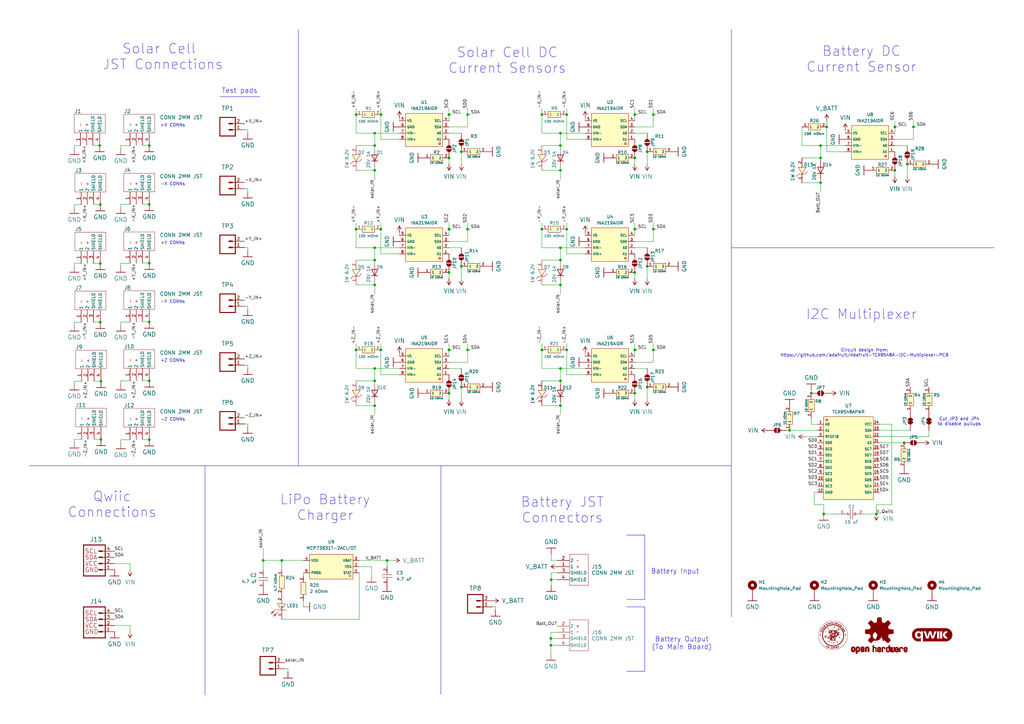
<source format=kicad_sch>
(kicad_sch (version 20250114) (generator "eeschema") (generator_version "9.0")
  (paper "A3")
  (title_block (title "MOSAIC Main Board V2.0") (date "2025-07-10") (rev "1.0") (comment 1 "Copyright (c) 2022 - 2025"))
  (lib_symbols
    (symbol "CONN 2mm JST_1" (pin_names (offset 0.254))
      (property "Reference" "J4" (at 13.6144 -2.54 0))
      (property "Value" "CONN 2MM JST" (at 13.6144 -5.08 0))
      (symbol "CONN 2mm JST_1_1_1"
        (text "-" (at 8.382 0 0) (effects (font (size 1.27 1.27))))
        (text "+" (at 8.382 -2.54 0) (effects (font (size 1.27 1.27))))
        (pin bidirectional line (at -0.1016 0 0) (length 5.08) (name "2") (number "2"))
        (pin bidirectional line (at -0.1016 -7.874 0) (length 5.08) (name "SHIELD") (number "4"))
        (pin bidirectional line (at -0.0508 -2.54 0) (length 5.08) (name "1") (number "1"))
        (pin bidirectional line (at 0 -5.08 0) (length 5.08) (name "SHIELD") (number "3"))
      )
      (symbol "CONN 2mm JST_1_1_2"
        (pin unspecified line (at 0 0 0) (length 5.08) (name "1") (number "1"))
        (pin unspecified line (at 0 -2.54 0) (length 5.08) (name "2") (number "2"))
        (pin unspecified line (at 0 -5.08 0) (length 5.08) (name "SHIELD") (number "3"))
        (pin unspecified line (at 0 -7.62 0) (length 5.08) (name "SHIELD") (number "4"))
      )
    )
    (symbol "CONN 2mm JST_2" (pin_names (offset 0.254))
      (property "Reference" "J16" (at 13.97 -2.5399 0))
      (property "Value" "CONN 2MM JST" (at 13.97 -5.0799 0))
      (symbol "CONN 2mm JST_2_1_1"
        (text "+" (at 8.382 0 0) (effects (font (size 1.27 1.27))))
        (text "-" (at 8.382 -2.286 0) (effects (font (size 1.27 1.27))))
        (pin bidirectional line (at -0.1016 0 0) (length 5.08) (name "2") (number "2"))
        (pin bidirectional line (at -0.1016 -7.874 0) (length 5.08) (name "SHIELD") (number "4"))
        (pin bidirectional line (at -0.0508 -2.54 0) (length 5.08) (name "1") (number "1"))
        (pin bidirectional line (at 0 -5.08 0) (length 5.08) (name "SHIELD") (number "3"))
      )
      (symbol "CONN 2mm JST_2_1_2"
        (pin unspecified line (at 0 0 0) (length 5.08) (name "1") (number "1"))
        (pin unspecified line (at 0 -2.54 0) (length 5.08) (name "2") (number "2"))
        (pin unspecified line (at 0 -5.08 0) (length 5.08) (name "SHIELD") (number "3"))
        (pin unspecified line (at 0 -7.62 0) (length 5.08) (name "SHIELD") (number "4"))
      )
    )
    (symbol "Jumper:SolderJumper_2_Bridged" (pin_numbers (hide yes)) (pin_names (offset 0) (hide yes)) (in_bom no)
      (property "Reference" "JP" (at 0 2.032 0))
      (property "Value" "SolderJumper_2_Bridged" (at 0 -2.54 0))
      (symbol "SolderJumper_2_Bridged_1_1"
        (pin passive line (at -3.81 0 0) (length 2.54) (name "A") (number "1"))
        (pin passive line (at 3.81 0 180) (length 2.54) (name "B") (number "2"))
      )
    )
    (symbol "Jumper:SolderJumper_2_Open" (pin_numbers (hide yes)) (pin_names (offset 0) (hide yes)) (in_bom no)
      (property "Reference" "JP" (at 0 2.032 0))
      (property "Value" "SolderJumper_2_Open" (at 0 -2.54 0))
      (symbol "SolderJumper_2_Open_1_1"
        (pin passive line (at -3.81 0 0) (length 2.54) (name "A") (number "1"))
        (pin passive line (at 3.81 0 180) (length 2.54) (name "B") (number "2"))
      )
    )
    (symbol "power_board_symbols_V2.0:CONN 2mm JST" (pin_names (offset 0.254))
      (property "Reference" "J4" (at 13.6144 -2.54 0))
      (property "Value" "CONN 2MM JST" (at 13.6144 -5.08 0))
      (symbol "CONN 2mm JST_1_1"
        (text "-" (at 8.382 0 0) (effects (font (size 1.27 1.27))))
        (text "+" (at 8.382 -2.54 0) (effects (font (size 1.27 1.27))))
        (pin bidirectional line (at -0.1016 0 0) (length 5.08) (name "1") (number "1"))
        (pin bidirectional line (at -0.1016 -7.874 0) (length 5.08) (name "SHIELD") (number "4"))
        (pin bidirectional line (at -0.0508 -2.54 0) (length 5.08) (name "2") (number "2"))
        (pin bidirectional line (at 0 -5.08 0) (length 5.08) (name "SHIELD") (number "3"))
      )
      (symbol "CONN 2mm JST_1_2"
        (pin unspecified line (at 0 0 0) (length 5.08) (name "1") (number "1"))
        (pin unspecified line (at 0 -2.54 0) (length 5.08) (name "2") (number "2"))
        (pin unspecified line (at 0 -5.08 0) (length 5.08) (name "SHIELD") (number "3"))
        (pin unspecified line (at 0 -7.62 0) (length 5.08) (name "SHIELD") (number "4"))
      )
    )
    (symbol "power_board_symbols_V2.0:CONN_021X02_NO_SILK" (in_bom no)
      (property "Reference" "TP" (at -2.54 5.588 0))
      (symbol "CONN_021X02_NO_SILK_1_0"
        (pin passive line (at 7.62 2.54 180) (length 5.08) (name "2") (number "2"))
        (pin passive line (at 7.62 0 180) (length 5.08) (name "1") (number "1"))
      )
    )
    (symbol "power_board_symbols_V2.0:C_10uF_0603"
      (property "Reference" "C" (at 0 1.27 0))
      (property "Value" "10 uF" (at 0 -2.54 0))
      (symbol "C_10uF_0603_0_1"
        (pin unspecified line (at -5.08 0 0) (length 2.54) (name "1") (number "1"))
        (pin unspecified line (at 5.08 0 180) (length 2.54) (name "2") (number "2"))
      )
    )
    (symbol "power_board_symbols_V2.0:C_4.7uF_0603"
      (property "Reference" "C" (at 0 3.302 0))
      (property "Value" "4.7 uF" (at -0.254 -3.81 0))
      (symbol "C_4.7uF_0603_1_1"
        (pin input line (at -3.81 0 0) (length 2.54) (name "") (number "1"))
        (pin input line (at 3.81 0 180) (length 2.54) (name "") (number "2"))
      )
    )
    (symbol "power_board_symbols_V2.0:D_Schottky_20V_1A_SOD-323" (pin_numbers (hide yes)) (pin_names (hide yes))
      (property "Reference" "D" (at 0 2.54 0))
      (property "Value" "DIODE SCHOTTKY 20V 1A SOD323" (at 0 -3.556 0))
      (symbol "D_Schottky_20V_1A_SOD-323_1_1"
        (pin passive line (at -3.81 0 0) (length 2.54) (name "K") (number "1"))
        (pin passive line (at 3.81 0 180) (length 2.54) (name "A") (number "2"))
      )
    )
    (symbol "power_board_symbols_V2.0:GND" (power)
      (property "Value" "GND" (at 0 -0.254 0))
      (symbol "GND_1_0"
        (pin power_in line (at 0 2.54 270) (length 2.54) (name "GND") (number "1"))
      )
    )
    (symbol "power_board_symbols_V2.0:INA219AIDR"
      (property "Reference" "U" (at 0 1.27 0))
      (property "Value" "INA219AIDR" (at 0 -2.54 0))
      (symbol "INA219AIDR_0_1"
        (pin unspecified line (at -10.16 3.81 0) (length 2.54) (name "A1") (number "1"))
        (pin unspecified line (at -10.16 1.27 0) (length 2.54) (name "A0") (number "2"))
        (pin unspecified line (at -10.16 -1.27 0) (length 2.54) (name "SDA") (number "3"))
        (pin unspecified line (at -10.16 -3.81 0) (length 2.54) (name "SCL") (number "4"))
        (pin unspecified line (at 10.16 3.81 180) (length 2.54) (name "VIN+") (number "8"))
        (pin unspecified line (at 10.16 1.27 180) (length 2.54) (name "VIN-") (number "7"))
        (pin unspecified line (at 10.16 -1.27 180) (length 2.54) (name "GND") (number "6"))
        (pin unspecified line (at 10.16 -3.81 180) (length 2.54) (name "VS") (number "5"))
      )
    )
    (symbol "power_board_symbols_V2.0:LED_0603"
      (property "Reference" "LED" (at 1.27 4.064 0))
      (symbol "LED_0603_0_1"
        (pin unspecified line (at -5.08 0 0) (length 3.81) (name "-") (number "1"))
        (pin unspecified line (at 5.08 0 180) (length 3.81) (name "+") (number "2"))
      )
    )
    (symbol "power_board_symbols_V2.0:LOGO" (pin_names (offset 1.016)))
    (symbol "power_board_symbols_V2.0:MCP73831_IC_BATT_CNTL"
      (property "Reference" "U" (at -0.254 6.858 0))
      (property "Value" "MCP73831T-2ACI{slash}OT" (at 0 -7.112 0))
      (symbol "MCP73831_IC_BATT_CNTL_0_1"
        (pin unspecified line (at -11.43 2.54 0) (length 2.54) (name "STAT") (number "1"))
        (pin unspecified line (at -11.43 0 0) (length 2.54) (name "VSS") (number "2"))
        (pin unspecified line (at -11.43 -2.54 0) (length 2.54) (name "VBAT") (number "3"))
        (pin unspecified line (at 11.43 2.54 180) (length 2.54) (name "PROG") (number "5"))
        (pin unspecified line (at 11.43 -2.54 180) (length 2.54) (name "VDD") (number "4"))
      )
    )
    (symbol "power_board_symbols_V2.0:MountingHole_Pad" (pin_numbers (hide yes)) (pin_names (offset 1.016) (hide yes)) (in_bom no)
      (property "Reference" "H10" (at 2.54 2.5401 0))
      (property "Value" "MountingHole_Pad" (at 2.54 0.0001 0))
      (symbol "MountingHole_Pad_1_1"
        (pin bidirectional line (at 0 -2.54 90) (length 2.54) (name "1") (number "1"))
      )
    )
    (symbol "power_board_symbols_V2.0:OSHW-LOGOL")
    (symbol "power_board_symbols_V2.0:QWIIC_CONNECTOR_RA"
      (property "Reference" "J" (at -5.08 7.874 0))
      (symbol "QWIIC_CONNECTOR_RA_1_0"
        (text "SCL" (at -4.572 5.08 0) (effects (font (size 1.778 1.778)) (justify left)))
        (text "SDA" (at -4.572 2.54 0) (effects (font (size 1.778 1.778)) (justify left)))
        (text "VCC" (at -4.572 0 0) (effects (font (size 1.778 1.778)) (justify left)))
        (text "GND" (at -4.572 -2.54 0) (effects (font (size 1.778 1.778)) (justify left)))
        (pin passive line (at 7.62 5.08 180) (length 5.08) (name "4") (number "4"))
        (pin passive line (at 7.62 2.54 180) (length 5.08) (name "3") (number "3"))
        (pin power_in line (at 7.62 0 180) (length 5.08) (name "2") (number "2"))
        (pin power_in line (at 7.62 -2.54 180) (length 5.08) (name "1") (number "1"))
      )
    )
    (symbol "power_board_symbols_V2.0:QWIIC_LOGO_8MM")
    (symbol "power_board_symbols_V2.0:R_10kOhm_1/8W_1%"
      (property "Reference" "R" (at 0 2.794 0))
      (property "Value" "10 kOhm" (at 0 -2.54 0))
      (symbol "R_10kOhm_1/8W_1%_0_1"
        (pin unspecified line (at -5.08 0 0) (length 2.54) (name "1") (number "1"))
        (pin unspecified line (at 5.08 0 180) (length 2.54) (name "2") (number "2"))
      )
    )
    (symbol "power_board_symbols_V2.0:R_2kOhm_0603"
      (property "Reference" "R" (at 0 2.54 0))
      (property "Value" "2 kOhm" (at 0 -2.54 0))
      (symbol "R_2kOhm_0603_1_1"
        (pin input line (at -5.08 0 0) (length 2.54) (name "") (number "1"))
        (pin input line (at 5.08 0 180) (length 2.54) (name "") (number "2"))
      )
    )
    (symbol "power_board_symbols_V2.0:R_4.7kOhm_0603"
      (property "Reference" "R" (at 0 2.54 0))
      (property "Value" "4.7 kOhm" (at 0 -2.54 0))
      (symbol "R_4.7kOhm_0603_1_1"
        (pin bidirectional line (at -5.08 0 0) (length 2.54) (name "") (number "1"))
        (pin bidirectional line (at 5.08 0 180) (length 2.54) (name "") (number "2"))
      )
    )
    (symbol "power_board_symbols_V2.0:R_shunt_100mOhm_2W_1%"
      (property "Reference" "R" (at 0 2.794 0))
      (property "Value" "100 mOhm" (at 0 -2.54 0))
      (symbol "R_shunt_100mOhm_2W_1%_0_1"
        (pin unspecified line (at -5.08 0 0) (length 2.54) (name "1") (number "1"))
        (pin unspecified line (at 5.08 0 180) (length 2.54) (name "2") (number "2"))
      )
    )
    (symbol "power_board_symbols_V2.0:TCA9548APWR"
      (property "Reference" "U" (at 0 19.558 0))
      (property "Value" "TCA9548APWR" (at 0 -2.54 0))
      (symbol "TCA9548APWR_0_1"
        (pin unspecified line (at -12.7 13.97 0) (length 2.54) (name "A0") (number "1"))
        (pin unspecified line (at -12.7 11.43 0) (length 2.54) (name "A1") (number "2"))
        (pin unspecified line (at -12.7 8.89 0) (length 2.54) (name "RESET#") (number "3"))
        (pin unspecified line (at -12.7 6.35 0) (length 2.54) (name "SD0") (number "4"))
        (pin unspecified line (at -12.7 3.81 0) (length 2.54) (name "SC0") (number "5"))
        (pin unspecified line (at -12.7 1.27 0) (length 2.54) (name "SD1") (number "6"))
        (pin unspecified line (at -12.7 -1.27 0) (length 2.54) (name "SC1") (number "7"))
        (pin unspecified line (at -12.7 -3.81 0) (length 2.54) (name "SD2") (number "8"))
        (pin unspecified line (at -12.7 -6.35 0) (length 2.54) (name "SC2") (number "9"))
        (pin unspecified line (at -12.7 -8.89 0) (length 2.54) (name "SD3") (number "10"))
        (pin unspecified line (at -12.7 -11.43 0) (length 2.54) (name "SC3") (number "11"))
        (pin unspecified line (at -12.7 -13.97 0) (length 2.54) (name "GND") (number "12"))
        (pin unspecified line (at 12.7 13.97 180) (length 2.54) (name "VCC") (number "24"))
        (pin unspecified line (at 12.7 11.43 180) (length 2.54) (name "SDA") (number "23"))
        (pin unspecified line (at 12.7 8.89 180) (length 2.54) (name "SCL") (number "22"))
        (pin unspecified line (at 12.7 6.35 180) (length 2.54) (name "A2") (number "21"))
        (pin unspecified line (at 12.7 3.81 180) (length 2.54) (name "SC7") (number "20"))
        (pin unspecified line (at 12.7 1.27 180) (length 2.54) (name "SD7") (number "19"))
        (pin unspecified line (at 12.7 -1.27 180) (length 2.54) (name "SC6") (number "18"))
        (pin unspecified line (at 12.7 -3.81 180) (length 2.54) (name "SD6") (number "17"))
        (pin unspecified line (at 12.7 -6.35 180) (length 2.54) (name "SC5") (number "16"))
        (pin unspecified line (at 12.7 -8.89 180) (length 2.54) (name "SD5") (number "15"))
        (pin unspecified line (at 12.7 -11.43 180) (length 2.54) (name "SC4") (number "14"))
        (pin unspecified line (at 12.7 -13.97 180) (length 2.54) (name "SD4") (number "13"))
      )
    )
    (symbol "power_board_symbols_V2.0:VIN" (power)
      (property "Value" "VIN" (at 0 2.794 0))
      (symbol "VIN_1_0"
        (pin power_in line (at 0 0 90) (length 2.54) (name "VIN") (number "1"))
      )
    )
    (symbol "power_board_symbols_V2.0:V_BATT" (power)
      (property "Value" "V_BATT" (at 0 2.794 0))
      (symbol "V_BATT_1_0"
        (pin power_in line (at 0 0 90) (length 2.54) (name "V_BATT") (number "1"))
      )
    )
    (symbol "power_board_symbols_V2.0:Z_1W_6.2V_DO-214AC"
      (property "Reference" "D" (at 0 1.27 0))
      (property "Value" "1W 6.2V" (at 0 -2.54 0))
      (symbol "Z_1W_6.2V_DO-214AC_1_1"
        (pin bidirectional line (at -5.08 0 0) (length 3.81) (name "") (number "1"))
        (pin bidirectional line (at 5.08 0 180) (length 3.81) (name "") (number "2"))
      )
    )
  )
  (text "Battery Input" (at 276.86 234.442 0) (effects (font (size 2 2))))
  (text "-Z CONNs" (at 70.866 172.1104 0) (effects (font (size 1.27 1.27))))
  (text "Battery JST\nConnectors" (at 230.632 209.296 0) (effects (font (size 4 4))))
  (text "Solar Cell \nJST Connections" (at 66.802 23.368 0) (effects (font (size 4 4))))
  (text "Test pads" (at 98.298 37.338 0) (effects (font (size 2 2))))
  (text "I2C Multiplexer" (at 353.314 129.032 0) (effects (font (size 4 4))))
  (text "-Y CONNs" (at 70.866 123.8504 0) (effects (font (size 1.27 1.27))))
  (text "Circuit design from:\nhttps://github.com/adafruit/Adafruit-TCA9548A-I2C-Multiplexer-PCB" (at 354.584 144.78 0) (effects (font (size 1.27 1.27))))
  (text "+Z CONNs" (at 70.866 147.9804 0) (effects (font (size 1.27 1.27))))
  (text "Battery DC\nCurrent Sensor" (at 353.314 24.384 0) (effects (font (size 4 4))))
  (text "Qwiic\nConnections" (at 45.974 207.01 0) (effects (font (size 4 4))))
  (text "+X CONNs" (at 70.866 51.4604 0) (effects (font (size 1.27 1.27))))
  (text "+Y CONNs" (at 70.866 99.7204 0) (effects (font (size 1.27 1.27))))
  (text "Cut JP3 and JP4\nto disable pullups" (at 393.446 172.974 0) (effects (font (size 1.27 1.27))))
  (text "LiPo Battery\nCharger" (at 133.35 208.28 0) (effects (font (size 4 4))))
  (text "-X CONNs" (at 70.866 75.5904 0) (effects (font (size 1.27 1.27))))
  (text "Battery Output\n(To Main Board)" (at 279.654 263.906 0) (effects (font (size 2 2))))
  (text "Solar Cell DC\nCurrent Sensors" (at 208.026 24.892 0) (effects (font (size 4 4))))
  (junction (at 41.148 132.1816))
  (junction (at 153.67 116.84))
  (junction (at 339.09 52.07))
  (junction (at 153.67 156.21))
  (junction (at 153.67 151.13))
  (junction (at 222.25 46.99))
  (junction (at 41.402 180.2384))
  (junction (at 184.15 46.99))
  (junction (at 153.67 59.69))
  (junction (at 61.214 83.82))
  (junction (at 260.35 143.51))
  (junction (at 370.84 181.61))
  (junction (at 367.03 69.85))
  (junction (at 229.87 156.21))
  (junction (at 229.87 166.37))
  (junction (at 374.65 52.07))
  (junction (at 229.87 101.6))
  (junction (at 41.148 83.9216))
  (junction (at 226.06 237.744))
  (junction (at 367.03 52.07))
  (junction (at 184.15 143.51))
  (junction (at 115.57 229.87))
  (junction (at 260.35 64.77))
  (junction (at 336.55 59.69))
  (junction (at 232.41 93.98))
  (junction (at 158.75 229.87))
  (junction (at 260.35 46.99))
  (junction (at 61.214 132.08))
  (junction (at 189.23 62.23))
  (junction (at 265.43 109.22))
  (junction (at 229.87 151.13))
  (junction (at 222.25 93.98))
  (junction (at 260.35 161.29))
  (junction (at 267.97 93.98))
  (junction (at 153.67 69.85))
  (junction (at 153.67 54.61))
  (junction (at 156.21 93.98))
  (junction (at 153.67 106.68))
  (junction (at 184.15 161.29))
  (junction (at 229.87 59.69))
  (junction (at 189.23 158.75))
  (junction (at 146.05 46.99))
  (junction (at 61.214 107.95))
  (junction (at 222.25 143.51))
  (junction (at 267.97 46.99))
  (junction (at 225.9584 264.668))
  (junction (at 153.67 101.6))
  (junction (at 267.97 143.51))
  (junction (at 191.77 93.98))
  (junction (at 191.77 46.99))
  (junction (at 156.21 143.51))
  (junction (at 229.87 106.68))
  (junction (at 260.35 111.76))
  (junction (at 107.95 229.87))
  (junction (at 41.148 108.0516))
  (junction (at 61.214 59.69))
  (junction (at 332.74 161.29))
  (junction (at 229.87 54.61))
  (junction (at 153.67 166.37))
  (junction (at 146.05 143.51))
  (junction (at 337.82 210.82))
  (junction (at 229.87 69.85))
  (junction (at 359.41 210.82))
  (junction (at 189.23 109.22))
  (junction (at 184.15 93.98))
  (junction (at 184.15 111.76))
  (junction (at 156.21 46.99))
  (junction (at 146.05 93.98))
  (junction (at 229.87 116.84))
  (junction (at 336.55 64.77))
  (junction (at 191.77 143.51))
  (junction (at 41.402 156.4132))
  (junction (at 265.43 158.75))
  (junction (at 40.894 59.69))
  (junction (at 232.41 46.99))
  (junction (at 323.85 176.53))
  (junction (at 232.41 143.51))
  (junction (at 61.214 156.21))
  (junction (at 372.11 67.31))
  (junction (at 336.55 74.93))
  (junction (at 61.214 180.34))
  (junction (at 260.35 93.98))
  (junction (at 265.43 62.23))
  (junction (at 225.9584 261.874))
  (junction (at 184.15 64.77))
  (wire (pts (xy 146.05 166.37) (xy 153.67 166.37)))
  (wire (pts (xy 229.87 59.69) (xy 229.87 60.96)))
  (wire (pts (xy 156.21 140.97) (xy 156.21 143.51)))
  (wire (pts (xy 328.93 74.93) (xy 336.55 74.93)))
  (wire (pts (xy 61.214 59.5884) (xy 61.214 59.69)))
  (wire (pts (xy 328.93 59.69) (xy 336.55 59.69)))
  (wire (pts (xy 33.274 132.1816) (xy 30.48 132.1816)))
  (wire (pts (xy 360.68 181.61) (xy 370.84 181.61)))
  (polyline (pts (xy 299.974 12.192) (xy 299.974 101.6)))
  (wire (pts (xy 146.05 143.51) (xy 146.05 151.13)))
  (wire (pts (xy 328.93 64.77) (xy 336.55 64.77)))
  (wire (pts (xy 260.35 93.98) (xy 261.62 93.98)))
  (wire (pts (xy 229.87 101.6) (xy 240.03 101.6)))
  (wire (pts (xy 153.67 101.6) (xy 163.83 101.6)))
  (wire (pts (xy 153.67 59.69) (xy 153.67 60.96)))
  (wire (pts (xy 222.25 140.97) (xy 222.25 143.51)))
  (wire (pts (xy 229.87 151.13) (xy 229.87 156.21)))
  (wire (pts (xy 359.41 207.01) (xy 359.41 210.82)))
  (wire (pts (xy 184.15 64.77) (xy 184.15 67.31)))
  (wire (pts (xy 232.41 104.14) (xy 240.03 104.14)))
  (wire (pts (xy 153.67 106.68) (xy 153.67 107.95)))
  (wire (pts (xy 53.34 132.08) (xy 49.53 132.08)))
  (wire (pts (xy 100.33 101.4984) (xy 101.6 101.4984)))
  (wire (pts (xy 260.35 99.06) (xy 267.97 99.06)))
  (wire (pts (xy 38.608 180.1368) (xy 41.402 180.1368)))
  (wire (pts (xy 332.74 171.45) (xy 332.74 173.99)))
  (wire (pts (xy 228.5492 259.334) (xy 225.9584 259.334)))
  (polyline (pts (xy 257.048 275.336) (xy 264.414 275.336)))
  (wire (pts (xy 260.35 111.76) (xy 260.35 114.3)))
  (wire (pts (xy 153.67 166.37) (xy 153.67 170.18)))
  (wire (pts (xy 372.11 67.31) (xy 372.11 72.39)))
  (polyline (pts (xy 264.414 245.872) (xy 264.414 219.456)))
  (wire (pts (xy 367.03 69.85) (xy 367.03 72.39)))
  (wire (pts (xy 49.53 156.21) (xy 49.53 157.3784)))
  (wire (pts (xy 53.34 107.95) (xy 49.53 107.95)))
  (wire (pts (xy 107.95 229.87) (xy 107.95 233.68)))
  (wire (pts (xy 35.56 59.5884) (xy 35.56 59.6392)))
  (wire (pts (xy 229.87 166.37) (xy 229.87 170.18)))
  (wire (pts (xy 260.35 64.77) (xy 260.35 67.31)))
  (wire (pts (xy 191.77 140.97) (xy 191.77 143.51)))
  (wire (pts (xy 184.15 143.51) (xy 185.42 143.51)))
  (wire (pts (xy 339.09 52.07) (xy 339.09 62.23)))
  (wire (pts (xy 38.354 83.82) (xy 41.148 83.82)))
  (wire (pts (xy 260.35 52.07) (xy 267.97 52.07)))
  (wire (pts (xy 184.15 46.99) (xy 184.15 49.53)))
  (wire (pts (xy 156.21 44.45) (xy 156.21 46.99)))
  (wire (pts (xy 260.35 46.99) (xy 260.35 49.53)))
  (wire (pts (xy 184.15 148.59) (xy 191.77 148.59)))
  (wire (pts (xy 189.23 109.22) (xy 189.23 114.3)))
  (wire (pts (xy 100.33 77.3684) (xy 101.6 77.3684)))
  (wire (pts (xy 158.75 229.87) (xy 158.75 232.41)))
  (wire (pts (xy 116.84 274.32) (xy 118.11 274.32)))
  (wire (pts (xy 61.214 156.1084) (xy 61.214 156.21)))
  (wire (pts (xy 189.23 62.23) (xy 189.23 67.31)))
  (wire (pts (xy 229.87 54.61) (xy 240.03 54.61)))
  (wire (pts (xy 49.53 132.08) (xy 49.53 133.2484)))
  (wire (pts (xy 35.814 132.08) (xy 35.814 132.1308)))
  (wire (pts (xy 191.77 143.51) (xy 191.77 148.59)))
  (wire (pts (xy 184.15 99.06) (xy 191.77 99.06)))
  (wire (pts (xy 222.25 69.85) (xy 229.87 69.85)))
  (wire (pts (xy 53.34 180.34) (xy 49.53 180.34)))
  (wire (pts (xy 229.87 69.85) (xy 229.87 73.66)))
  (wire (pts (xy 267.97 143.51) (xy 267.97 148.59)))
  (polyline (pts (xy 257.048 248.92) (xy 264.414 248.92)))
  (wire (pts (xy 153.67 69.85) (xy 153.67 73.66)))
  (wire (pts (xy 222.25 54.61) (xy 229.87 54.61)))
  (wire (pts (xy 191.77 93.98) (xy 191.77 99.06)))
  (wire (pts (xy 156.21 153.67) (xy 163.83 153.67)))
  (wire (pts (xy 156.21 143.51) (xy 156.21 153.67)))
  (wire (pts (xy 260.35 46.99) (xy 261.62 46.99)))
  (wire (pts (xy 267.97 44.45) (xy 267.97 46.99)))
  (wire (pts (xy 336.55 74.93) (xy 336.55 78.74)))
  (wire (pts (xy 184.15 151.13) (xy 189.23 151.13)))
  (wire (pts (xy 101.6 77.3684) (xy 101.6 78.6384)))
  (wire (pts (xy 191.77 143.51) (xy 193.04 143.51)))
  (wire (pts (xy 100.33 53.2384) (xy 101.6 53.2384)))
  (wire (pts (xy 153.67 101.6) (xy 153.67 106.68)))
  (wire (pts (xy 228.4984 264.668) (xy 225.9584 264.668)))
  (wire (pts (xy 337.82 207.01) (xy 337.82 210.82)))
  (wire (pts (xy 61.214 83.7184) (xy 61.214 83.82)))
  (wire (pts (xy 381 179.07) (xy 381 176.53)))
  (wire (pts (xy 189.23 158.75) (xy 189.23 163.83)))
  (wire (pts (xy 146.05 44.45) (xy 146.05 46.99)))
  (wire (pts (xy 260.35 54.61) (xy 265.43 54.61)))
  (wire (pts (xy 260.35 151.13) (xy 265.43 151.13)))
  (wire (pts (xy 33.274 108.0516) (xy 30.48 108.0516)))
  (polyline (pts (xy 180.848 191.008) (xy 180.848 284.734)))
  (wire (pts (xy 226.06 237.744) (xy 226.06 240.03)))
  (wire (pts (xy 58.42 59.5884) (xy 61.214 59.5884)))
  (wire (pts (xy 107.95 229.87) (xy 115.57 229.87)))
  (wire (pts (xy 367.03 49.53) (xy 367.03 52.07)))
  (wire (pts (xy 35.814 107.95) (xy 35.814 108.0008)))
  (wire (pts (xy 240.03 95.25) (xy 240.03 96.52)))
  (wire (pts (xy 153.67 68.58) (xy 153.67 69.85)))
  (wire (pts (xy 267.97 93.98) (xy 269.24 93.98)))
  (wire (pts (xy 147.32 254) (xy 147.32 234.95)))
  (wire (pts (xy 226.06 229.87) (xy 226.06 227.33)))
  (wire (pts (xy 30.48 59.69) (xy 30.48 60.8584)))
  (wire (pts (xy 153.67 116.84) (xy 153.67 120.65)))
  (wire (pts (xy 146.05 59.69) (xy 153.67 59.69)))
  (wire (pts (xy 265.43 62.23) (xy 265.43 67.31)))
  (polyline (pts (xy 257.048 245.872) (xy 264.414 245.872)))
  (wire (pts (xy 222.25 143.51) (xy 222.25 151.13)))
  (wire (pts (xy 153.67 165.1) (xy 153.67 166.37)))
  (wire (pts (xy 332.74 173.99) (xy 335.28 173.99)))
  (wire (pts (xy 322.58 176.53) (xy 323.85 176.53)))
  (wire (pts (xy 365.76 207.01) (xy 359.41 207.01)))
  (wire (pts (xy 222.25 44.45) (xy 222.25 46.99)))
  (wire (pts (xy 115.57 229.87) (xy 115.57 233.68)))
  (wire (pts (xy 184.15 91.44) (xy 184.15 93.98)))
  (wire (pts (xy 336.55 59.69) (xy 346.71 59.69)))
  (wire (pts (xy 339.09 49.53) (xy 339.09 52.07)))
  (wire (pts (xy 229.87 54.61) (xy 229.87 59.69)))
  (wire (pts (xy 33.274 83.9216) (xy 30.48 83.9216)))
  (wire (pts (xy 58.42 83.7184) (xy 61.214 83.7184)))
  (wire (pts (xy 265.43 109.22) (xy 265.43 114.3)))
  (wire (pts (xy 41.148 132.08) (xy 41.148 132.1816)))
  (wire (pts (xy 367.03 57.15) (xy 374.65 57.15)))
  (wire (pts (xy 184.15 140.97) (xy 184.15 143.51)))
  (wire (pts (xy 232.41 143.51) (xy 232.41 153.67)))
  (wire (pts (xy 184.15 143.51) (xy 184.15 146.05)))
  (wire (pts (xy 222.25 106.68) (xy 229.87 106.68)))
  (wire (pts (xy 38.1 59.5884) (xy 40.894 59.5884)))
  (wire (pts (xy 30.48 83.9216) (xy 30.48 84.9884)))
  (wire (pts (xy 360.68 173.99) (xy 365.76 173.99)))
  (wire (pts (xy 53.34 256.54) (xy 53.34 259.08)))
  (wire (pts (xy 153.67 151.13) (xy 163.83 151.13)))
  (wire (pts (xy 55.88 180.2384) (xy 55.88 180.2892)))
  (wire (pts (xy 146.05 101.6) (xy 153.67 101.6)))
  (wire (pts (xy 58.42 156.1084) (xy 61.214 156.1084)))
  (wire (pts (xy 184.15 46.99) (xy 185.42 46.99)))
  (wire (pts (xy 156.21 57.15) (xy 163.83 57.15)))
  (wire (pts (xy 115.57 229.87) (xy 124.46 229.87)))
  (wire (pts (xy 232.41 140.97) (xy 232.41 143.51)))
  (wire (pts (xy 337.82 210.82) (xy 344.17 210.82)))
  (wire (pts (xy 334.01 201.93) (xy 334.01 207.01)))
  (wire (pts (xy 265.43 158.75) (xy 265.43 163.83)))
  (wire (pts (xy 153.67 115.57) (xy 153.67 116.84)))
  (wire (pts (xy 53.34 156.21) (xy 49.53 156.21)))
  (wire (pts (xy 330.2 179.07) (xy 335.28 179.07)))
  (wire (pts (xy 184.15 93.98) (xy 185.42 93.98)))
  (wire (pts (xy 163.83 95.25) (xy 163.83 96.52)))
  (wire (pts (xy 146.05 140.97) (xy 146.05 143.51)))
  (wire (pts (xy 55.88 83.7184) (xy 55.88 83.7692)))
  (wire (pts (xy 229.87 68.58) (xy 229.87 69.85)))
  (wire (pts (xy 232.41 153.67) (xy 240.03 153.67)))
  (wire (pts (xy 260.35 143.51) (xy 261.62 143.51)))
  (wire (pts (xy 365.76 173.99) (xy 365.76 207.01)))
  (wire (pts (xy 100.33 173.8884) (xy 101.6 173.8884)))
  (wire (pts (xy 30.48 108.0516) (xy 30.48 109.1184)))
  (wire (pts (xy 41.148 83.82) (xy 41.148 83.9216)))
  (wire (pts (xy 153.67 54.61) (xy 153.67 59.69)))
  (wire (pts (xy 225.9584 261.874) (xy 228.6 261.874)))
  (wire (pts (xy 33.528 180.2384) (xy 30.48 180.2384)))
  (wire (pts (xy 153.67 156.21) (xy 153.67 157.48)))
  (wire (pts (xy 101.6 173.8884) (xy 101.6 175.1584)))
  (polyline (pts (xy 299.974 252.984) (xy 299.974 101.6)))
  (wire (pts (xy 374.65 49.53) (xy 374.65 52.07)))
  (wire (pts (xy 336.55 64.77) (xy 336.55 66.04)))
  (wire (pts (xy 153.67 151.13) (xy 153.67 156.21)))
  (wire (pts (xy 226.06 234.95) (xy 226.06 237.744)))
  (wire (pts (xy 146.05 151.13) (xy 153.67 151.13)))
  (wire (pts (xy 260.35 161.29) (xy 260.35 163.83)))
  (wire (pts (xy 58.42 180.2384) (xy 61.214 180.2384)))
  (wire (pts (xy 107.95 224.79) (xy 107.95 229.87)))
  (wire (pts (xy 55.88 156.1084) (xy 55.88 156.1592)))
  (wire (pts (xy 55.88 59.5884) (xy 55.88 59.6392)))
  (wire (pts (xy 38.608 156.3116) (xy 41.402 156.3116)))
  (wire (pts (xy 260.35 93.98) (xy 260.35 96.52)))
  (wire (pts (xy 49.53 83.82) (xy 49.53 84.9884)))
  (wire (pts (xy 33.528 156.4132) (xy 30.48 156.4132)))
  (wire (pts (xy 346.71 53.34) (xy 346.71 54.61)))
  (wire (pts (xy 367.03 52.07) (xy 367.03 54.61)))
  (wire (pts (xy 335.28 201.93) (xy 334.01 201.93)))
  (wire (pts (xy 184.15 101.6) (xy 189.23 101.6)))
  (wire (pts (xy 323.85 176.53) (xy 335.28 176.53)))
  (wire (pts (xy 229.87 106.68) (xy 229.87 107.95)))
  (wire (pts (xy 30.48 180.2384) (xy 30.48 181.2036)))
  (wire (pts (xy 58.42 131.9784) (xy 61.214 131.9784)))
  (wire (pts (xy 332.74 160.02) (xy 332.74 161.29)))
  (wire (pts (xy 201.93 248.92) (xy 203.2 248.92)))
  (wire (pts (xy 260.35 148.59) (xy 267.97 148.59)))
  (wire (pts (xy 260.35 140.97) (xy 260.35 143.51)))
  (wire (pts (xy 156.21 91.44) (xy 156.21 93.98)))
  (wire (pts (xy 41.148 107.95) (xy 41.148 108.0516)))
  (wire (pts (xy 146.05 106.68) (xy 153.67 106.68)))
  (wire (pts (xy 49.53 180.34) (xy 49.53 181.5084)))
  (wire (pts (xy 158.75 229.87) (xy 161.29 229.87)))
  (wire (pts (xy 367.03 52.07) (xy 368.3 52.07)))
  (wire (pts (xy 46.99 231.14) (xy 53.34 231.14)))
  (wire (pts (xy 191.77 46.99) (xy 193.04 46.99)))
  (wire (pts (xy 101.6 101.4984) (xy 101.6 102.7684)))
  (wire (pts (xy 367.03 59.69) (xy 372.11 59.69)))
  (wire (pts (xy 100.33 125.6284) (xy 101.6 125.6284)))
  (wire (pts (xy 146.05 54.61) (xy 153.67 54.61)))
  (wire (pts (xy 30.48 156.4132) (xy 30.48 157.3784)))
  (wire (pts (xy 225.9584 261.874) (xy 225.9584 264.668)))
  (wire (pts (xy 229.87 156.21) (xy 229.87 157.48)))
  (wire (pts (xy 232.41 46.99) (xy 232.41 57.15)))
  (wire (pts (xy 58.42 107.8484) (xy 61.214 107.8484)))
  (wire (pts (xy 184.15 44.45) (xy 184.15 46.99)))
  (wire (pts (xy 260.35 91.44) (xy 260.35 93.98)))
  (wire (pts (xy 354.33 210.82) (xy 359.41 210.82)))
  (wire (pts (xy 203.2 248.92) (xy 203.2 250.19)))
  (wire (pts (xy 267.97 93.98) (xy 267.97 99.06)))
  (wire (pts (xy 222.25 101.6) (xy 229.87 101.6)))
  (wire (pts (xy 336.55 59.69) (xy 336.55 64.77)))
  (wire (pts (xy 118.11 274.32) (xy 118.11 275.59)))
  (wire (pts (xy 222.25 91.44) (xy 222.25 93.98)))
  (wire (pts (xy 41.402 180.1368) (xy 41.402 180.2384)))
  (wire (pts (xy 336.55 73.66) (xy 336.55 74.93)))
  (wire (pts (xy 156.21 104.14) (xy 163.83 104.14)))
  (wire (pts (xy 152.4 232.41) (xy 152.4 236.22)))
  (wire (pts (xy 147.32 232.41) (xy 152.4 232.41)))
  (wire (pts (xy 222.25 59.69) (xy 229.87 59.69)))
  (wire (pts (xy 53.34 231.14) (xy 53.34 233.68)))
  (wire (pts (xy 147.32 229.87) (xy 158.75 229.87)))
  (polyline (pts (xy 257.048 219.456) (xy 264.414 219.456)))
  (wire (pts (xy 36.068 180.1368) (xy 36.068 180.1876)))
  (wire (pts (xy 40.894 59.5884) (xy 40.894 59.69)))
  (wire (pts (xy 101.6 149.7584) (xy 101.6 151.0284)))
  (wire (pts (xy 240.03 144.78) (xy 240.03 146.05)))
  (wire (pts (xy 49.53 59.69) (xy 49.53 60.8584)))
  (wire (pts (xy 360.68 179.07) (xy 381 179.07)))
  (wire (pts (xy 328.93 52.07) (xy 328.93 59.69)))
  (wire (pts (xy 184.15 54.61) (xy 189.23 54.61)))
  (wire (pts (xy 163.83 144.78) (xy 163.83 146.05)))
  (wire (pts (xy 334.01 207.01) (xy 337.82 207.01)))
  (wire (pts (xy 30.48 132.1816) (xy 30.48 133.2484)))
  (wire (pts (xy 222.25 46.99) (xy 222.25 54.61)))
  (wire (pts (xy 49.53 107.95) (xy 49.53 109.1184)))
  (wire (pts (xy 229.87 165.1) (xy 229.87 166.37)))
  (wire (pts (xy 232.41 57.15) (xy 240.03 57.15)))
  (wire (pts (xy 191.77 44.45) (xy 191.77 46.99)))
  (wire (pts (xy 229.87 116.84) (xy 229.87 120.65)))
  (wire (pts (xy 267.97 46.99) (xy 269.24 46.99)))
  (polyline (pts (xy 84.074 191.008) (xy 84.074 284.988)))
  (wire (pts (xy 146.05 156.21) (xy 153.67 156.21)))
  (wire (pts (xy 146.05 69.85) (xy 153.67 69.85)))
  (wire (pts (xy 146.05 91.44) (xy 146.05 93.98)))
  (wire (pts (xy 260.35 143.51) (xy 260.35 146.05)))
  (wire (pts (xy 191.77 46.99) (xy 191.77 52.07)))
  (wire (pts (xy 184.15 52.07) (xy 191.77 52.07)))
  (wire (pts (xy 36.068 156.3116) (xy 36.068 156.3624)))
  (polyline (pts (xy 122.428 12.192) (xy 122.428 191.008)))
  (wire (pts (xy 41.402 156.3116) (xy 41.402 156.4132)))
  (wire (pts (xy 222.25 116.84) (xy 229.87 116.84)))
  (wire (pts (xy 55.88 131.9784) (xy 55.88 132.0292)))
  (wire (pts (xy 222.25 166.37) (xy 229.87 166.37)))
  (wire (pts (xy 101.6 53.2384) (xy 101.6 54.5084)))
  (wire (pts (xy 146.05 93.98) (xy 146.05 101.6)))
  (wire (pts (xy 35.814 83.82) (xy 35.814 83.8708)))
  (wire (pts (xy 240.03 48.26) (xy 240.03 49.53)))
  (wire (pts (xy 38.354 132.08) (xy 41.148 132.08)))
  (wire (pts (xy 225.9584 259.334) (xy 225.9584 261.874)))
  (wire (pts (xy 46.99 256.54) (xy 53.34 256.54)))
  (wire (pts (xy 38.354 107.95) (xy 41.148 107.95)))
  (wire (pts (xy 228.4984 229.87) (xy 226.06 229.87)))
  (wire (pts (xy 339.09 62.23) (xy 346.71 62.23)))
  (polyline (pts (xy 90.17 39.624) (xy 106.68 39.624)))
  (wire (pts (xy 124.46 234.95) (xy 124.46 236.22)))
  (wire (pts (xy 184.15 111.76) (xy 184.15 114.3)))
  (wire (pts (xy 229.87 151.13) (xy 240.03 151.13)))
  (wire (pts (xy 267.97 91.44) (xy 267.97 93.98)))
  (wire (pts (xy 267.97 46.99) (xy 267.97 52.07)))
  (wire (pts (xy 33.02 59.69) (xy 30.48 59.69)))
  (wire (pts (xy 229.87 115.57) (xy 229.87 116.84)))
  (wire (pts (xy 163.83 48.26) (xy 163.83 49.53)))
  (polyline (pts (xy 264.414 275.336) (xy 264.414 248.92)))
  (wire (pts (xy 146.05 116.84) (xy 153.67 116.84)))
  (wire (pts (xy 61.214 131.9784) (xy 61.214 132.08)))
  (wire (pts (xy 55.88 107.8484) (xy 55.88 107.8992)))
  (wire (pts (xy 260.35 44.45) (xy 260.35 46.99)))
  (wire (pts (xy 360.68 176.53) (xy 373.38 176.53)))
  (wire (pts (xy 61.214 107.8484) (xy 61.214 107.95)))
  (polyline (pts (xy 299.974 101.6) (xy 407.67 101.6)))
  (wire (pts (xy 222.25 156.21) (xy 229.87 156.21)))
  (wire (pts (xy 124.46 246.38) (xy 124.46 248.92)))
  (wire (pts (xy 153.67 54.61) (xy 163.83 54.61)))
  (wire (pts (xy 61.214 180.2384) (xy 61.214 180.34)))
  (wire (pts (xy 232.41 93.98) (xy 232.41 104.14)))
  (wire (pts (xy 222.25 151.13) (xy 229.87 151.13)))
  (wire (pts (xy 374.65 52.07) (xy 374.65 57.15)))
  (wire (pts (xy 184.15 161.29) (xy 184.15 163.83)))
  (wire (pts (xy 374.65 52.07) (xy 375.92 52.07)))
  (wire (pts (xy 184.15 93.98) (xy 184.15 96.52)))
  (wire (pts (xy 115.57 254) (xy 147.32 254)))
  (wire (pts (xy 229.87 101.6) (xy 229.87 106.68)))
  (polyline (pts (xy 12.192 191.008) (xy 299.974 191.008)))
  (wire (pts (xy 267.97 140.97) (xy 267.97 143.51)))
  (wire (pts (xy 228.6 234.95) (xy 226.06 234.95)))
  (wire (pts (xy 225.9584 264.668) (xy 225.9584 268.224)))
  (wire (pts (xy 53.34 59.69) (xy 49.53 59.69)))
  (wire (pts (xy 232.41 91.44) (xy 232.41 93.98)))
  (wire (pts (xy 53.34 83.82) (xy 49.53 83.82)))
  (wire (pts (xy 267.97 143.51) (xy 269.24 143.51)))
  (wire (pts (xy 146.05 46.99) (xy 146.05 54.61)))
  (wire (pts (xy 226.06 237.744) (xy 228.4984 237.744)))
  (wire (pts (xy 191.77 93.98) (xy 193.04 93.98)))
  (wire (pts (xy 156.21 46.99) (xy 156.21 57.15)))
  (wire (pts (xy 232.41 44.45) (xy 232.41 46.99)))
  (wire (pts (xy 100.33 149.7584) (xy 101.6 149.7584)))
  (wire (pts (xy 101.6 125.6284) (xy 101.6 126.8984)))
  (wire (pts (xy 156.21 93.98) (xy 156.21 104.14)))
  (wire (pts (xy 191.77 91.44) (xy 191.77 93.98)))
  (wire (pts (xy 222.25 93.98) (xy 222.25 101.6)))
  (wire (pts (xy 260.35 101.6) (xy 265.43 101.6)))
  (label "-Z_IN+" (at 36.068 180.1368 270))
  (label "SD0" (at 191.77 44.45 90))
  (label "-Z_IN+" (at 100.33 171.3484 0))
  (label "solar_IN" (at 229.87 170.18 270))
  (label "-X_IN+" (at 100.33 74.8284 0))
  (label "SC2" (at 335.28 194.31 180))
  (label "SCL" (at 46.99 226.06 0))
  (label "+Y_IN+" (at 100.33 98.9584 0))
  (label "solar_IN" (at 116.84 271.78 0))
  (label "Batt_OUT" (at 228.4984 256.794 180))
  (label "solar_IN" (at 153.67 120.65 270))
  (label "+X_IN+" (at 156.21 44.45 90))
  (label "+X_IN+" (at 55.88 59.5884 270))
  (label "SCL" (at 261.62 93.98 0))
  (label "solar_IN" (at 229.87 120.65 270))
  (label "SD1" (at 267.97 44.45 90))
  (label "SDA" (at 373.38 158.75 90))
  (label "solar_IN" (at 153.67 170.18 270))
  (label "SDA" (at 193.04 143.51 0))
  (label "SCL" (at 185.42 46.99 0))
  (label "SDA" (at 46.99 254 0))
  (label "SCL" (at 368.3 52.07 0))
  (label "solar_IN" (at 153.67 73.66 270))
  (label "SCL" (at 261.62 46.99 0))
  (label "V_Qwiic" (at 359.41 210.82 0))
  (label "SDA" (at 269.24 143.51 0))
  (label "SC5" (at 360.68 194.31 0))
  (label "SD5" (at 360.68 196.85 0))
  (label "SD7" (at 360.68 186.69 0))
  (label "SC1" (at 260.35 44.45 90))
  (label "-Y_IN+" (at 35.814 132.08 270))
  (label "+Y_IN-" (at 146.05 91.44 90))
  (label "SD2" (at 191.77 91.44 90))
  (label "SD5" (at 267.97 140.97 90))
  (label "solar_IN" (at 229.87 73.66 270))
  (label "SC6" (at 360.68 189.23 0))
  (label "-Y_IN+" (at 232.41 91.44 90))
  (label "-X_IN-" (at 222.25 44.45 90))
  (label "SD1" (at 335.28 186.69 180))
  (label "SC3" (at 260.35 91.44 90))
  (label "SC2" (at 184.15 91.44 90))
  (label "V_BATT" (at 149.86 229.87 0))
  (label "-Y_IN+" (at 100.33 123.0884 0))
  (label "SC4" (at 184.15 140.97 90))
  (label "+Z_IN+" (at 36.068 156.3116 270))
  (label "SD2" (at 335.28 191.77 180))
  (label "+Y_IN+" (at 55.88 107.8484 270))
  (label "+Z_IN-" (at 146.05 140.97 90))
  (label "SCL" (at 46.99 251.46 0))
  (label "Batt_OUT" (at 336.55 78.74 270))
  (label "SC7" (at 360.68 184.15 0))
  (label "SDA" (at 269.24 93.98 0))
  (label "SDA" (at 46.99 228.6 0))
  (label "+Y_IN+" (at 156.21 91.44 90))
  (label "-X_IN+" (at 232.41 44.45 90))
  (label "+Z_IN+" (at 156.21 140.97 90))
  (label "SD0" (at 335.28 181.61 180))
  (label "SCL" (at 381 158.75 90))
  (label "+Z_IN+" (at 55.88 156.1084 270))
  (label "SDA" (at 193.04 46.99 0))
  (label "-Z_IN-" (at 222.25 140.97 90))
  (label "-X_IN+" (at 35.814 83.82 270))
  (label "-Z_IN+" (at 55.88 180.2384 270))
  (label "+X_IN-" (at 146.05 44.45 90))
  (label "+X_IN+" (at 100.33 50.6984 0))
  (label "SCL" (at 185.42 93.98 0))
  (label "SD6" (at 360.68 191.77 0))
  (label "-X_IN+" (at 55.88 83.7184 270))
  (label "+Y_IN+" (at 35.814 107.95 270))
  (label "SD4" (at 191.77 140.97 90))
  (label "+X_IN+" (at 35.56 59.5884 270))
  (label "SCL" (at 185.42 143.51 0))
  (label "SDA" (at 375.92 52.07 0))
  (label "SDA" (at 193.04 93.98 0))
  (label "SC5" (at 260.35 140.97 90))
  (label "SD4" (at 360.68 201.93 0))
  (label "solar_IN" (at 107.95 224.79 90))
  (label "SD3" (at 335.28 196.85 180))
  (label "SC1" (at 335.28 189.23 180))
  (label "+Z_IN+" (at 100.33 147.2184 0))
  (label "-Z_IN+" (at 232.41 140.97 90))
  (label "-Y_IN-" (at 222.25 91.44 90))
  (label "SD3" (at 267.97 91.44 90))
  (label "SC3" (at 335.28 199.39 180))
  (label "SD6" (at 374.65 49.53 90))
  (label "SC6" (at 367.03 49.53 90))
  (label "SC4" (at 360.68 199.39 0))
  (label "SC0" (at 335.28 184.15 180))
  (label "SCL" (at 261.62 143.51 0))
  (label "-Y_IN+" (at 55.88 131.9784 270))
  (label "SDA" (at 269.24 46.99 0))
  (label "SC0" (at 184.15 44.45 90))
  (symbol (lib_id "power_board_symbols_V2.0:GND") (at 101.6 57.0484 0) (unit 1)
    (property "Reference" "#GND059" (effects (hide yes)))
    (property "Value" "GND" (at 101.6 59.5884 0) (effects (font (size 1.778 1.778))))
  )
  (symbol (lib_id "power_board_symbols_V2.0:V_BATT") (at 161.29 229.87 270) (unit 1)
    (property "Reference" "#SUPPLY026" (effects (hide yes)))
    (property "Value" "V_BATT" (at 165.1 229.8699 90) (effects (font (size 1.778 1.778)) (justify left)))
  )
  (symbol (lib_id "power_board_symbols_V2.0:R_shunt_100mOhm_2W_1%") (at 227.33 143.51 0) (unit 1)
    (property "Reference" "R21" (at 227.33 140.97 0))
    (property "Value" "100 mOhm" (at 227.33 146.304 0) (effects (font (size 1 1))))
    (property "Footprint" "power_board_footprints_V2.0:R_shunt" (effects (hide yes)))
    (property "Datasheet" "https://jlcpcb.com/api/file/downloadByFileSystemAccessId/8588907443639869441" (effects (hide yes)))
    (property "Description" "https://jlcpcb.com/partdetail/SEI_Stackpole_Elec-CSRN2512FTR100/C346817" (effects (hide yes)))
    (property "LCSC" "C346817" (effects (hide yes)))
  )
  (symbol (lib_id "power_board_symbols_V2.0:VIN") (at 53.34 233.68 180) (unit 1)
    (property "Reference" "#SUPPLY010" (effects (hide yes)))
    (property "Value" "VIN" (at 53.34 238.76 0) (effects (font (size 1.778 1.778))))
  )
  (symbol (lib_id "power_board_symbols_V2.0:INA219AIDR") (at 173.99 149.86 180) (unit 1)
    (property "Reference" "U5" (at 173.99 138.43 0))
    (property "Value" "INA219AIDR" (at 173.99 140.97 0))
    (property "Footprint" "power_board_footprints_V2.0:INA219AIDR" (effects (hide yes)))
    (property "Datasheet" "https://www.ti.com/cn/lit/ds/symlink/ina219.pdf?ts=1752113767916&ref_url=https%253A%252F%252Fso.szlcsc.com%252F" (effects (hide yes)))
    (property "Description" "https://jlcpcb.com/partdetail/TexasInstruments-INA219AIDR/C138706" (effects (hide yes)))
    (property "LCSC" "C138706" (effects (hide yes)))
  )
  (symbol (lib_id "power_board_symbols_V2.0:CONN 2mm JST") (at 33.274 132.08 90) (unit 1)
    (property "Reference" "J7" (at 30.734 118.11 90) (effects (font (size 1.524 1.524)) (justify right)))
    (property "Value" "CONN 2MM JST" (effects (hide yes)))
    (property "Footprint" "power_board_footprints_V2.0:CONN_2mm_JST" (effects (hide yes)))
    (property "Datasheet" "https://jlcpcb.com/api/file/downloadByFileSystemAccessId/8587740317575483392" (effects (hide yes)))
    (property "Description" "https://jlcpcb.com/partdetail/Jst-S2B_PH_SM4_TB_LF_SN/C295747" (effects (hide yes)))
    (property "JLCPCB Part #" "C295747" (effects (hide yes)))
  )
  (symbol (lib_id "power_board_symbols_V2.0:C_10uF_0603") (at 349.25 210.82 0) (unit 1)
    (property "Reference" "C1" (at 349.25 207.772 0))
    (property "Value" "10 uF" (at 349.25 214.122 0))
    (property "Footprint" "power_board_footprints_V2.0:C_0603" (effects (hide yes)))
    (property "Datasheet" "https://jlcpcb.com/api/file/downloadByFileSystemAccessId/8586178152733552640" (effects (hide yes)))
    (property "Description" "https://jlcpcb.com/partdetail/2043-CL10A106MQ8NNNC/C1691" (effects (hide yes)))
    (property "LCSC" "C1691" (effects (hide yes)))
  )
  (symbol (lib_id "power_board_symbols_V2.0:Z_1W_6.2V_DO-214AC") (at 328.93 69.85 90) (unit 1)
    (property "Reference" "D13" (at 329.692 67.564 90) (effects (justify right)))
    (property "Value" "1W 6.2V" (at 325.12 66.294 0) (effects (justify right)))
    (property "Footprint" "power_board_footprints_V2.0:Z_DO-214AC" (effects (hide yes)))
    (property "Datasheet" "https://jlcpcb.com/api/file/downloadByFileSystemAccessId/8560078683311935488" (effects (hide yes)))
    (property "Description" "https://jlcpcb.com/partdetail/DiodesIncorporated-SMAZ6V2_13F/C110527" (effects (hide yes)))
    (property "LCSC" "C110527" (effects (hide yes)))
  )
  (symbol (lib_id "power_board_symbols_V2.0:LOGO") (at 341.63 260.35 0) (unit 1)
    (property "Reference" "#G1" (effects (hide yes)))
    (property "Value" "TXST_Space_Lab_Logo" (effects (hide yes)))
    (property "Footprint" "power_board_footprints_V2.0:SL_Logo" (effects (hide yes)))
  )
  (symbol (lib_id "power_board_symbols_V2.0:C_4.7uF_0603") (at 158.75 236.22 90) (unit 1)
    (property "Reference" "C3" (at 162.56 234.9499 90) (effects (justify right)))
    (property "Value" "4.7 uF" (at 162.56 237.4899 90) (effects (justify right)))
    (property "Footprint" "power_board_footprints_V2.0:C_0603" (effects (hide yes)))
    (property "Datasheet" "https://jlcpcb.com/api/file/downloadByFileSystemAccessId/8586178155321573376" (effects (hide yes)))
    (property "Description" "https://jlcpcb.com/partdetail/2057-CL10A475KP8NNNC/C1705" (effects (hide yes)))
    (property "LCSC" "C1705" (effects (hide yes)))
  )
  (symbol (lib_id "power_board_symbols_V2.0:VIN") (at 184.15 114.3 180) (unit 1)
    (property "Reference" "#SUPPLY015" (effects (hide yes)))
    (property "Value" "VIN" (at 184.15 119.38 0) (effects (font (size 1.778 1.778))))
  )
  (symbol (lib_id "power_board_symbols_V2.0:R_10kOhm_1/8W_1%") (at 194.31 158.75 0) (unit 1)
    (property "Reference" "R20" (at 194.31 152.4 0))
    (property "Value" "10 kOhm" (at 194.31 160.782 0) (effects (font (size 0.8 0.8))))
    (property "Footprint" "power_board_footprints_V2.0:R_0805" (effects (hide yes)))
    (property "Datasheet" "https://jlcpcb.com/api/file/downloadByFileSystemAccessId/8590277938517213184" (effects (hide yes)))
    (property "Description" "https://jlcpcb.com/partdetail/5717806-HoAR0805_1_8W_10KR_1_TCR25/C5123591" (effects (hide yes)))
    (property "LCSC" "C5123591" (effects (hide yes)))
  )
  (symbol (lib_id "power_board_symbols_V2.0:CONN_021X02_NO_SILK") (at 109.22 274.32 0) (unit 1) (in_bom no)
    (property "Reference" "TP7" (at 109.855 266.7 0) (effects (font (size 1.778 1.778))))
    (property "Footprint" "power_board_footprints_V2.0:1X02_NO_SILK" (effects (hide yes)))
  )
  (symbol (lib_id "power_board_symbols_V2.0:VIN") (at 189.23 114.3 180) (unit 1)
    (property "Reference" "#SUPPLY016" (effects (hide yes)))
    (property "Value" "VIN" (at 189.23 119.38 0) (effects (font (size 1.778 1.778))))
  )
  (symbol (lib_id "power_board_symbols_V2.0:GND") (at 384.81 67.31 90) (unit 1)
    (property "Reference" "#GND058" (effects (hide yes)))
    (property "Value" "GND" (at 387.35 67.31 0) (effects (font (size 1.5 1.5))))
  )
  (symbol (lib_id "power_board_symbols_V2.0:R_10kOhm_1/8W_1%") (at 323.85 171.45 90) (unit 1)
    (property "Reference" "R7" (at 325.374 169.672 90) (effects (justify right)))
    (property "Value" "10 kOhm" (at 321.818 168.656 0) (effects (font (size 0.8 0.8)) (justify right)))
    (property "Footprint" "power_board_footprints_V2.0:R_0805" (effects (hide yes)))
    (property "Datasheet" "https://jlcpcb.com/api/file/downloadByFileSystemAccessId/8590277938517213184" (effects (hide yes)))
    (property "Description" "https://jlcpcb.com/partdetail/5717806-HoAR0805_1_8W_10KR_1_TCR25/C5123591" (effects (hide yes)))
    (property "LCSC" "C5123591" (effects (hide yes)))
  )
  (symbol (lib_id "Jumper:SolderJumper_2_Open") (at 374.65 181.61 0) (unit 1) (in_bom no)
    (property "Reference" "JP5" (at 374.65 179.324 0))
    (property "Value" "SolderJumper_2_Open" (effects (hide yes)))
    (property "Footprint" "Jumper:SolderJumper-2_P1.3mm_Open_RoundedPad1.0x1.5mm" (effects (hide yes)))
    (property "Description" "Solder Jumper, 2-pole, open" (effects (hide yes)))
  )
  (symbol (lib_id "power_board_symbols_V2.0:R_10kOhm_1/8W_1%") (at 270.51 62.23 0) (unit 1)
    (property "Reference" "R11" (at 270.51 55.88 0))
    (property "Value" "10 kOhm" (at 270.51 64.262 0) (effects (font (size 0.8 0.8))))
    (property "Footprint" "power_board_footprints_V2.0:R_0805" (effects (hide yes)))
    (property "Datasheet" "https://jlcpcb.com/api/file/downloadByFileSystemAccessId/8590277938517213184" (effects (hide yes)))
    (property "Description" "https://jlcpcb.com/partdetail/5717806-HoAR0805_1_8W_10KR_1_TCR25/C5123591" (effects (hide yes)))
    (property "LCSC" "C5123591" (effects (hide yes)))
  )
  (symbol (lib_id "power_board_symbols_V2.0:VIN") (at 265.43 67.31 180) (unit 1)
    (property "Reference" "#SUPPLY013" (effects (hide yes)))
    (property "Value" "VIN" (at 265.43 72.39 0) (effects (font (size 1.778 1.778))))
  )
  (symbol (lib_id "power_board_symbols_V2.0:INA219AIDR") (at 173.99 53.34 180) (unit 1)
    (property "Reference" "U1" (at 173.99 41.91 0))
    (property "Value" "INA219AIDR" (at 173.99 44.45 0))
    (property "Footprint" "power_board_footprints_V2.0:INA219AIDR" (effects (hide yes)))
    (property "Datasheet" "https://www.ti.com/cn/lit/ds/symlink/ina219.pdf?ts=1752113767916&ref_url=https%253A%252F%252Fso.szlcsc.com%252F" (effects (hide yes)))
    (property "Description" "https://jlcpcb.com/partdetail/TexasInstruments-INA219AIDR/C138706" (effects (hide yes)))
    (property "LCSC" "C138706" (effects (hide yes)))
  )
  (symbol (lib_id "power_board_symbols_V2.0:VIN") (at 184.15 67.31 180) (unit 1)
    (property "Reference" "#SUPPLY01" (effects (hide yes)))
    (property "Value" "VIN" (at 184.15 72.39 0) (effects (font (size 1.778 1.778))))
  )
  (symbol (lib_id "power_board_symbols_V2.0:R_shunt_100mOhm_2W_1%") (at 334.01 52.07 0) (unit 1)
    (property "Reference" "R26" (at 334.01 49.53 0))
    (property "Value" "100 mOhm" (at 334.01 54.864 0) (effects (font (size 1 1))))
    (property "Footprint" "power_board_footprints_V2.0:R_shunt" (effects (hide yes)))
    (property "Datasheet" "https://jlcpcb.com/api/file/downloadByFileSystemAccessId/8588907443639869441" (effects (hide yes)))
    (property "Description" "https://jlcpcb.com/partdetail/SEI_Stackpole_Elec-CSRN2512FTR100/C346817" (effects (hide yes)))
    (property "LCSC" "C346817" (effects (hide yes)))
  )
  (symbol (lib_id "power_board_symbols_V2.0:GND") (at 237.49 52.07 270) (unit 1)
    (property "Reference" "#GND022" (effects (hide yes)))
    (property "Value" "GND" (at 234.95 52.07 0) (effects (font (size 1.5 1.5))))
  )
  (symbol (lib_id "power_board_symbols_V2.0:R_10kOhm_1/8W_1%") (at 370.84 186.69 270) (unit 1)
    (property "Reference" "R6" (at 369.316 188.468 90) (effects (justify right)))
    (property "Value" "10 kOhm" (at 372.872 189.484 0) (effects (font (size 0.8 0.8)) (justify right)))
    (property "Footprint" "power_board_footprints_V2.0:R_0805" (effects (hide yes)))
    (property "Datasheet" "https://jlcpcb.com/api/file/downloadByFileSystemAccessId/8590277938517213184" (effects (hide yes)))
    (property "Description" "https://jlcpcb.com/partdetail/5717806-HoAR0805_1_8W_10KR_1_TCR25/C5123591" (effects (hide yes)))
    (property "LCSC" "C5123591" (effects (hide yes)))
  )
  (symbol (lib_id "power_board_symbols_V2.0:VIN") (at 265.43 114.3 180) (unit 1)
    (property "Reference" "#SUPPLY019" (effects (hide yes)))
    (property "Value" "VIN" (at 265.43 119.38 0) (effects (font (size 1.778 1.778))))
  )
  (symbol (lib_id "power_board_symbols_V2.0:Z_1W_6.2V_DO-214AC") (at 222.25 161.29 90) (unit 1)
    (property "Reference" "D11" (at 223.012 159.004 90) (effects (justify right)))
    (property "Value" "1W 6.2V" (at 218.44 157.734 0) (effects (justify right)))
    (property "Footprint" "power_board_footprints_V2.0:Z_DO-214AC" (effects (hide yes)))
    (property "Datasheet" "https://jlcpcb.com/api/file/downloadByFileSystemAccessId/8560078683311935488" (effects (hide yes)))
    (property "Description" "https://jlcpcb.com/partdetail/DiodesIncorporated-SMAZ6V2_13F/C110527" (effects (hide yes)))
    (property "LCSC" "C110527" (effects (hide yes)))
  )
  (symbol (lib_id "power_board_symbols_V2.0:GND") (at 354.33 69.85 270) (unit 1)
    (property "Reference" "#GND057" (effects (hide yes)))
    (property "Value" "GND" (at 351.79 69.85 0) (effects (font (size 1.5 1.5))))
  )
  (symbol (lib_id "power_board_symbols_V2.0:GND") (at 278.13 62.23 90) (unit 1)
    (property "Reference" "#GND024" (effects (hide yes)))
    (property "Value" "GND" (at 280.67 62.23 0) (effects (font (size 1.5 1.5))))
  )
  (symbol (lib_id "power_board_symbols_V2.0:GND") (at 161.29 99.06 270) (unit 1)
    (property "Reference" "#GND025" (effects (hide yes)))
    (property "Value" "GND" (at 158.75 99.06 0) (effects (font (size 1.5 1.5))))
  )
  (symbol (lib_id "power_board_symbols_V2.0:R_10kOhm_1/8W_1%") (at 194.31 109.22 0) (unit 1)
    (property "Reference" "R14" (at 194.31 102.87 0))
    (property "Value" "10 kOhm" (at 194.31 111.252 0) (effects (font (size 0.8 0.8))))
    (property "Footprint" "power_board_footprints_V2.0:R_0805" (effects (hide yes)))
    (property "Datasheet" "https://jlcpcb.com/api/file/downloadByFileSystemAccessId/8590277938517213184" (effects (hide yes)))
    (property "Description" "https://jlcpcb.com/partdetail/5717806-HoAR0805_1_8W_10KR_1_TCR25/C5123591" (effects (hide yes)))
    (property "LCSC" "C5123591" (effects (hide yes)))
  )
  (symbol (lib_id "power_board_symbols_V2.0:VIN") (at 189.23 67.31 180) (unit 1)
    (property "Reference" "#SUPPLY02" (effects (hide yes)))
    (property "Value" "VIN" (at 189.23 72.39 0) (effects (font (size 1.778 1.778))))
  )
  (symbol (lib_id "power_board_symbols_V2.0:GND") (at 101.6 177.6984 0) (unit 1)
    (property "Reference" "#GND064" (effects (hide yes)))
    (property "Value" "GND" (at 101.6 180.2384 0) (effects (font (size 1.778 1.778))))
  )
  (symbol (lib_id "power_board_symbols_V2.0:CONN 2mm JST") (at 53.34 156.1084 90) (unit 1)
    (property "Reference" "J10" (at 50.8 142.1384 90) (effects (font (size 1.524 1.524)) (justify right)))
    (property "Value" "CONN 2MM JST" (at 65.532 144.6784 90) (effects (font (size 1.524 1.524)) (justify right)))
    (property "Footprint" "power_board_footprints_V2.0:CONN_2mm_JST" (effects (hide yes)))
    (property "Datasheet" "https://jlcpcb.com/api/file/downloadByFileSystemAccessId/8587740317575483392" (effects (hide yes)))
    (property "Description" "https://jlcpcb.com/partdetail/Jst-S2B_PH_SM4_TB_LF_SN/C295747" (effects (hide yes)))
    (property "JLCPCB Part #" "C295747" (effects (hide yes)))
  )
  (symbol (lib_id "power_board_symbols_V2.0:GND") (at 101.6 81.1784 0) (unit 1)
    (property "Reference" "#GND060" (effects (hide yes)))
    (property "Value" "GND" (at 101.6 83.7184 0) (effects (font (size 1.778 1.778))))
  )
  (symbol (lib_name "CONN 2mm JST_1") (lib_id "power_board_symbols_V2.0:CONN 2mm JST") (at 228.6 229.87 0) (unit 1)
    (property "Reference" "J15" (at 242.57 232.4099 0) (effects (font (size 1.524 1.524)) (justify left)))
    (property "Value" "CONN 2MM JST" (at 242.57 234.9499 0) (effects (font (size 1.524 1.524)) (justify left)))
    (property "Footprint" "power_board_footprints_V2.0:CONN_2mm_JST" (effects (hide yes)))
    (property "Datasheet" "https://jlcpcb.com/api/file/downloadByFileSystemAccessId/8587740317575483392" (effects (hide yes)))
    (property "Description" "https://jlcpcb.com/partdetail/Jst-S2B_PH_SM4_TB_LF_SN/C295747" (effects (hide yes)))
    (property "JLCPCB Part #" "C295747" (effects (hide yes)))
  )
  (symbol (lib_id "power_board_symbols_V2.0:GND") (at 201.93 109.22 90) (unit 1)
    (property "Reference" "#GND027" (effects (hide yes)))
    (property "Value" "GND" (at 204.47 109.22 0) (effects (font (size 1.5 1.5))))
  )
  (symbol (lib_id "power_board_symbols_V2.0:CONN_021X02_NO_SILK") (at 194.31 248.92 0) (unit 1) (in_bom no)
    (property "Reference" "TP8" (at 194.945 241.3 0) (effects (font (size 1.778 1.778))))
    (property "Footprint" "power_board_footprints_V2.0:1X02_NO_SILK" (effects (hide yes)))
  )
  (symbol (lib_id "power_board_symbols_V2.0:VIN") (at 340.36 161.29 270) (unit 1)
    (property "Reference" "#SUPPLY08" (effects (hide yes)))
    (property "Value" "VIN" (at 344.17 161.2899 90) (effects (font (size 1.778 1.778)) (justify left)))
  )
  (symbol (lib_id "power_board_symbols_V2.0:R_shunt_100mOhm_2W_1%") (at 227.33 46.99 0) (unit 1)
    (property "Reference" "R9" (at 227.33 44.45 0))
    (property "Value" "100 mOhm" (at 227.33 49.784 0) (effects (font (size 1 1))))
    (property "Footprint" "power_board_footprints_V2.0:R_shunt" (effects (hide yes)))
    (property "Datasheet" "https://jlcpcb.com/api/file/downloadByFileSystemAccessId/8588907443639869441" (effects (hide yes)))
    (property "Description" "https://jlcpcb.com/partdetail/SEI_Stackpole_Elec-CSRN2512FTR100/C346817" (effects (hide yes)))
    (property "LCSC" "C346817" (effects (hide yes)))
  )
  (symbol (lib_id "power_board_symbols_V2.0:VIN") (at 378.46 181.61 270) (unit 1)
    (property "Reference" "#SUPPLY06" (effects (hide yes)))
    (property "Value" "VIN" (at 382.27 181.6099 90) (effects (font (size 1.778 1.778)) (justify left)))
  )
  (symbol (lib_id "power_board_symbols_V2.0:GND") (at 30.48 183.7436 0) (unit 1)
    (property "Reference" "#GND043" (effects (hide yes)))
    (property "Value" "GND" (at 30.48 186.2836 0) (effects (font (size 1.778 1.778))))
  )
  (symbol (lib_id "power_board_symbols_V2.0:Z_1W_6.2V_DO-214AC") (at 222.25 64.77 90) (unit 1)
    (property "Reference" "D3" (at 223.012 62.484 90) (effects (justify right)))
    (property "Value" "1W 6.2V" (at 218.44 61.214 0) (effects (justify right)))
    (property "Footprint" "power_board_footprints_V2.0:Z_DO-214AC" (effects (hide yes)))
    (property "Datasheet" "https://jlcpcb.com/api/file/downloadByFileSystemAccessId/8560078683311935488" (effects (hide yes)))
    (property "Description" "https://jlcpcb.com/partdetail/DiodesIncorporated-SMAZ6V2_13F/C110527" (effects (hide yes)))
    (property "LCSC" "C110527" (effects (hide yes)))
  )
  (symbol (lib_id "power_board_symbols_V2.0:CONN_021X02_NO_SILK") (at 92.71 53.2384 0) (unit 1) (in_bom no)
    (property "Reference" "TP1" (at 93.345 44.45 0) (effects (font (size 1.778 1.778))))
    (property "Footprint" "power_board_footprints_V2.0:1X02_NO_SILK" (effects (hide yes)))
  )
  (symbol (lib_id "power_board_symbols_V2.0:MCP73831_IC_BATT_CNTL") (at 135.89 232.41 180) (unit 1)
    (property "Reference" "U9" (at 135.89 222.25 0))
    (property "Value" "MCP73831T-2ACI/OT" (at 135.89 224.79 0))
    (property "Footprint" "power_board_footprints_V2.0:MCP73831_IC_BATT_CNTL" (effects (hide yes)))
    (property "Datasheet" "https://jlcpcb.com/api/file/downloadByFileSystemAccessId/8588884548142292992" (effects (hide yes)))
    (property "Description" "https://jlcpcb.com/partdetail/MicrochipTech-MCP73831T_2ACIOT/C424093" (effects (hide yes)))
    (property "LCSC" "C424093" (effects (hide yes)))
  )
  (symbol (lib_id "power_board_symbols_V2.0:GND") (at 30.48 159.9184 0) (unit 1)
    (property "Reference" "#GND050" (effects (hide yes)))
    (property "Value" "GND" (at 30.48 162.4584 0) (effects (font (size 1.778 1.778))))
  )
  (symbol (lib_id "power_board_symbols_V2.0:OSHW-LOGOL") (at 360.68 259.08 0) (unit 1)
    (property "Reference" "LOGO1" (effects (hide yes)))
    (property "Footprint" "power_board_footprints_V2.0:OSHW-LOGO-L" (effects (hide yes)))
  )
  (symbol (lib_id "Jumper:SolderJumper_2_Open") (at 189.23 154.94 270) (unit 1) (in_bom no)
    (property "Reference" "JP15" (at 191.516 154.94 0))
    (property "Value" "SolderJumper_2_Open" (effects (hide yes)))
    (property "Footprint" "Jumper:SolderJumper-2_P1.3mm_Open_RoundedPad1.0x1.5mm" (effects (hide yes)))
    (property "Description" "Solder Jumper, 2-pole, open" (effects (hide yes)))
  )
  (symbol (lib_id "power_board_symbols_V2.0:R_shunt_100mOhm_2W_1%") (at 151.13 46.99 0) (unit 1)
    (property "Reference" "R1" (at 151.13 44.45 0))
    (property "Value" "100 mOhm" (at 151.13 49.784 0) (effects (font (size 1 1))))
    (property "Footprint" "power_board_footprints_V2.0:R_shunt" (effects (hide yes)))
    (property "Datasheet" "https://jlcpcb.com/api/file/downloadByFileSystemAccessId/8588907443639869441" (effects (hide yes)))
    (property "Description" "https://jlcpcb.com/partdetail/SEI_Stackpole_Elec-CSRN2512FTR100/C346817" (effects (hide yes)))
    (property "LCSC" "C346817" (effects (hide yes)))
  )
  (symbol (lib_id "Jumper:SolderJumper_2_Open") (at 265.43 154.94 270) (unit 1) (in_bom no)
    (property "Reference" "JP17" (at 267.716 154.94 0))
    (property "Value" "SolderJumper_2_Open" (effects (hide yes)))
    (property "Footprint" "Jumper:SolderJumper-2_P1.3mm_Open_RoundedPad1.0x1.5mm" (effects (hide yes)))
    (property "Description" "Solder Jumper, 2-pole, open" (effects (hide yes)))
  )
  (symbol (lib_id "power_board_symbols_V2.0:V_BATT") (at 228.5492 232.41 90) (unit 1)
    (property "Reference" "#SUPPLY027" (effects (hide yes)))
    (property "Value" "V_BATT" (at 224.7392 232.4099 90) (effects (font (size 1.778 1.778)) (justify left)))
  )
  (symbol (lib_id "power_board_symbols_V2.0:D_Schottky_20V_1A_SOD-323") (at 336.55 69.85 90) (unit 1)
    (property "Reference" "D14" (at 337.312 67.564 90) (effects (justify right)))
    (property "Value" "20V 1A" (at 334.01 67.056 0) (effects (justify right)))
    (property "Footprint" "Diode_SMD:D_SOD-323" (effects (hide yes)))
    (property "Datasheet" "https://jlcpcb.com/api/file/downloadByFileSystemAccessId/8604433107596419072" (effects (hide yes)))
    (property "Description" "https://jlcpcb.com/partdetail/HXYMOSFET-1N5817WS/C41424805" (effects (hide yes)))
    (property "JLCPCB Part #" "C41424805" (effects (hide yes)))
  )
  (symbol (lib_id "power_board_symbols_V2.0:VIN") (at 260.35 114.3 180) (unit 1)
    (property "Reference" "#SUPPLY018" (effects (hide yes)))
    (property "Value" "VIN" (at 260.35 119.38 0) (effects (font (size 1.778 1.778))))
  )
  (symbol (lib_id "power_board_symbols_V2.0:VIN") (at 265.43 163.83 180) (unit 1)
    (property "Reference" "#SUPPLY025" (effects (hide yes)))
    (property "Value" "VIN" (at 265.43 168.91 0) (effects (font (size 1.778 1.778))))
  )
  (symbol (lib_id "power_board_symbols_V2.0:C_4.7uF_0603") (at 107.95 237.49 90) (unit 1)
    (property "Reference" "C2" (at 102.616 235.966 90) (effects (justify right)))
    (property "Value" "4.7 uF" (at 99.06 238.506 90) (effects (justify right)))
    (property "Footprint" "power_board_footprints_V2.0:C_0603" (effects (hide yes)))
    (property "Datasheet" "https://jlcpcb.com/api/file/downloadByFileSystemAccessId/8586178155321573376" (effects (hide yes)))
    (property "Description" "https://jlcpcb.com/partdetail/2057-CL10A475KP8NNNC/C1705" (effects (hide yes)))
    (property "LCSC" "C1705" (effects (hide yes)))
  )
  (symbol (lib_id "power_board_symbols_V2.0:R_10kOhm_1/8W_1%") (at 270.51 158.75 0) (unit 1)
    (property "Reference" "R23" (at 270.51 152.4 0))
    (property "Value" "10 kOhm" (at 270.51 160.782 0) (effects (font (size 0.8 0.8))))
    (property "Footprint" "power_board_footprints_V2.0:R_0805" (effects (hide yes)))
    (property "Datasheet" "https://jlcpcb.com/api/file/downloadByFileSystemAccessId/8590277938517213184" (effects (hide yes)))
    (property "Description" "https://jlcpcb.com/partdetail/5717806-HoAR0805_1_8W_10KR_1_TCR25/C5123591" (effects (hide yes)))
    (property "LCSC" "C5123591" (effects (hide yes)))
  )
  (symbol (lib_id "power_board_symbols_V2.0:CONN_021X02_NO_SILK") (at 92.71 125.6284 0) (unit 1) (in_bom no)
    (property "Reference" "TP4" (at 93.345 116.84 0) (effects (font (size 1.778 1.778))))
    (property "Footprint" "power_board_footprints_V2.0:1X02_NO_SILK" (effects (hide yes)))
  )
  (symbol (lib_id "power_board_symbols_V2.0:INA219AIDR") (at 173.99 100.33 180) (unit 1)
    (property "Reference" "U3" (at 173.99 88.9 0))
    (property "Value" "INA219AIDR" (at 173.99 91.44 0))
    (property "Footprint" "power_board_footprints_V2.0:INA219AIDR" (effects (hide yes)))
    (property "Datasheet" "https://www.ti.com/cn/lit/ds/symlink/ina219.pdf?ts=1752113767916&ref_url=https%253A%252F%252Fso.szlcsc.com%252F" (effects (hide yes)))
    (property "Description" "https://jlcpcb.com/partdetail/TexasInstruments-INA219AIDR/C138706" (effects (hide yes)))
    (property "LCSC" "C138706" (effects (hide yes)))
  )
  (symbol (lib_id "power_board_symbols_V2.0:D_Schottky_20V_1A_SOD-323") (at 229.87 161.29 90) (unit 1)
    (property "Reference" "D12" (at 230.632 159.004 90) (effects (justify right)))
    (property "Value" "20V 1A" (at 227.33 158.496 0) (effects (justify right)))
    (property "Footprint" "Diode_SMD:D_SOD-323" (effects (hide yes)))
    (property "Datasheet" "https://jlcpcb.com/api/file/downloadByFileSystemAccessId/8604433107596419072" (effects (hide yes)))
    (property "Description" "https://jlcpcb.com/partdetail/HXYMOSFET-1N5817WS/C41424805" (effects (hide yes)))
    (property "JLCPCB Part #" "C41424805" (effects (hide yes)))
  )
  (symbol (lib_id "power_board_symbols_V2.0:R_shunt_100mOhm_2W_1%") (at 151.13 93.98 0) (unit 1)
    (property "Reference" "R12" (at 151.13 91.44 0))
    (property "Value" "100 mOhm" (at 151.13 96.774 0) (effects (font (size 1 1))))
    (property "Footprint" "power_board_footprints_V2.0:R_shunt" (effects (hide yes)))
    (property "Datasheet" "https://jlcpcb.com/api/file/downloadByFileSystemAccessId/8588907443639869441" (effects (hide yes)))
    (property "Description" "https://jlcpcb.com/partdetail/SEI_Stackpole_Elec-CSRN2512FTR100/C346817" (effects (hide yes)))
    (property "LCSC" "C346817" (effects (hide yes)))
  )
  (symbol (lib_id "power_board_symbols_V2.0:R_10kOhm_1/8W_1%") (at 179.07 161.29 0) (unit 1)
    (property "Reference" "R19" (at 179.07 159.004 0))
    (property "Value" "10 kOhm" (at 179.07 163.322 0) (effects (font (size 0.8 0.8))))
    (property "Footprint" "power_board_footprints_V2.0:R_0805" (effects (hide yes)))
    (property "Datasheet" "https://jlcpcb.com/api/file/downloadByFileSystemAccessId/8590277938517213184" (effects (hide yes)))
    (property "Description" "https://jlcpcb.com/partdetail/5717806-HoAR0805_1_8W_10KR_1_TCR25/C5123591" (effects (hide yes)))
    (property "LCSC" "C5123591" (effects (hide yes)))
  )
  (symbol (lib_id "power_board_symbols_V2.0:GND") (at 358.14 246.38 0) (unit 1)
    (property "Reference" "#GND069" (effects (hide yes)))
    (property "Value" "GND" (at 358.14 248.92 0) (effects (font (size 1.778 1.778))))
  )
  (symbol (lib_id "Jumper:SolderJumper_2_Bridged") (at 373.38 172.72 90) (unit 1) (in_bom no)
    (property "Reference" "JP3" (at 371.094 172.72 0))
    (property "Value" "SolderJumper_2_Bridged" (effects (hide yes)))
    (property "Footprint" "Jumper:SolderJumper-2_P1.3mm_Bridged_RoundedPad1.0x1.5mm" (effects (hide yes)))
    (property "Description" "Solder Jumper, 2-pole, closed/bridged" (effects (hide yes)))
  )
  (symbol (lib_id "power_board_symbols_V2.0:V_BATT") (at 339.09 49.53 0) (unit 1)
    (property "Reference" "#SUPPLY032" (effects (hide yes)))
    (property "Value" "V_BATT" (at 339.09 44.45 0) (effects (font (size 1.778 1.778))))
  )
  (symbol (lib_id "power_board_symbols_V2.0:GND") (at 118.11 278.13 0) (unit 1)
    (property "Reference" "#GND065" (effects (hide yes)))
    (property "Value" "GND" (at 118.11 280.67 0) (effects (font (size 1.778 1.778))))
  )
  (symbol (lib_id "power_board_symbols_V2.0:R_10kOhm_1/8W_1%") (at 179.07 64.77 0) (unit 1)
    (property "Reference" "R2" (at 179.07 62.484 0))
    (property "Value" "10 kOhm" (at 179.07 66.802 0) (effects (font (size 0.8 0.8))))
    (property "Footprint" "power_board_footprints_V2.0:R_0805" (effects (hide yes)))
    (property "Datasheet" "https://jlcpcb.com/api/file/downloadByFileSystemAccessId/8590277938517213184" (effects (hide yes)))
    (property "Description" "https://jlcpcb.com/partdetail/5717806-HoAR0805_1_8W_10KR_1_TCR25/C5123591" (effects (hide yes)))
    (property "LCSC" "C5123591" (effects (hide yes)))
  )
  (symbol (lib_id "power_board_symbols_V2.0:GND") (at 61.214 86.36 0) (unit 1)
    (property "Reference" "#GND07" (effects (hide yes)))
    (property "Value" "GND" (at 61.214 88.9 0) (effects (font (size 1.778 1.778))))
  )
  (symbol (lib_id "power_board_symbols_V2.0:GND") (at 49.53 159.9184 0) (unit 1)
    (property "Reference" "#GND045" (effects (hide yes)))
    (property "Value" "GND" (at 49.53 162.4584 0) (effects (font (size 1.778 1.778))))
  )
  (symbol (lib_id "Jumper:SolderJumper_2_Open") (at 189.23 105.41 270) (unit 1) (in_bom no)
    (property "Reference" "JP11" (at 191.516 105.41 0))
    (property "Value" "SolderJumper_2_Open" (effects (hide yes)))
    (property "Footprint" "Jumper:SolderJumper-2_P1.3mm_Open_RoundedPad1.0x1.5mm" (effects (hide yes)))
    (property "Description" "Solder Jumper, 2-pole, open" (effects (hide yes)))
  )
  (symbol (lib_id "power_board_symbols_V2.0:CONN_021X02_NO_SILK") (at 92.71 173.8884 0) (unit 1) (in_bom no)
    (property "Reference" "TP6" (at 93.345 165.1 0) (effects (font (size 1.778 1.778))))
    (property "Footprint" "power_board_footprints_V2.0:1X02_NO_SILK" (effects (hide yes)))
  )
  (symbol (lib_id "power_board_symbols_V2.0:GND") (at 308.61 246.38 0) (unit 1)
    (property "Reference" "#GND067" (effects (hide yes)))
    (property "Value" "GND" (at 308.61 248.92 0) (effects (font (size 1.778 1.778))))
  )
  (symbol (lib_id "power_board_symbols_V2.0:R_4.7kOhm_0603") (at 115.57 238.76 270) (unit 1)
    (property "Reference" "R24" (at 117.094 236.982 90) (effects (justify left)))
    (property "Value" "4.7 kOhm" (at 113.03 235.204 0) (effects (font (size 1 1)) (justify left)))
    (property "Footprint" "power_board_footprints_V2.0:R_0603" (effects (hide yes)))
    (property "Datasheet" "https://www.mouser.in/datasheet/2/447/PYu_RT_1_to_0_01_RoHS_L_11-1669912.pdf" (effects (hide yes)))
    (property "Description" "https://jlcpcb.com/partdetail/23601-0603WAF1472T5E/C22874" (effects (hide yes)))
    (property "LCSC" "C22874" (effects (hide yes)))
  )
  (symbol (lib_id "Jumper:SolderJumper_2_Open") (at 318.77 176.53 0) (unit 1) (in_bom no)
    (property "Reference" "JP6" (at 318.77 174.244 0))
    (property "Value" "SolderJumper_2_Open" (effects (hide yes)))
    (property "Footprint" "Jumper:SolderJumper-2_P1.3mm_Open_RoundedPad1.0x1.5mm" (effects (hide yes)))
    (property "Description" "Solder Jumper, 2-pole, open" (effects (hide yes)))
  )
  (symbol (lib_id "power_board_symbols_V2.0:GND") (at 158.75 242.57 0) (unit 1)
    (property "Reference" "#GND040" (effects (hide yes)))
    (property "Value" "GND" (at 158.75 245.11 0) (effects (font (size 1.778 1.778))))
  )
  (symbol (lib_id "power_board_symbols_V2.0:GND") (at 61.214 110.49 0) (unit 1)
    (property "Reference" "#GND09" (effects (hide yes)))
    (property "Value" "GND" (at 61.214 113.03 0) (effects (font (size 1.778 1.778))))
  )
  (symbol (lib_id "power_board_symbols_V2.0:CONN 2mm JST") (at 53.34 131.9784 90) (unit 1)
    (property "Reference" "J8" (at 50.8 118.0084 90) (effects (font (size 1.524 1.524)) (justify right)))
    (property "Value" "CONN 2MM JST" (at 65.532 120.5484 90) (effects (font (size 1.524 1.524)) (justify right)))
    (property "Footprint" "power_board_footprints_V2.0:CONN_2mm_JST" (effects (hide yes)))
    (property "Datasheet" "https://jlcpcb.com/api/file/downloadByFileSystemAccessId/8587740317575483392" (effects (hide yes)))
    (property "Description" "https://jlcpcb.com/partdetail/Jst-S2B_PH_SM4_TB_LF_SN/C295747" (effects (hide yes)))
    (property "JLCPCB Part #" "C295747" (effects (hide yes)))
  )
  (symbol (lib_id "power_board_symbols_V2.0:CONN 2mm JST") (at 33.02 59.5884 90) (unit 1)
    (property "Reference" "J1" (at 30.48 45.6184 90) (effects (font (size 1.524 1.524)) (justify right)))
    (property "Value" "CONN 2MM JST" (effects (hide yes)))
    (property "Footprint" "power_board_footprints_V2.0:CONN_2mm_JST" (effects (hide yes)))
    (property "Datasheet" "https://jlcpcb.com/api/file/downloadByFileSystemAccessId/8587740317575483392" (effects (hide yes)))
    (property "Description" "https://jlcpcb.com/partdetail/Jst-S2B_PH_SM4_TB_LF_SN/C295747" (effects (hide yes)))
    (property "JLCPCB Part #" "C295747" (effects (hide yes)))
  )
  (symbol (lib_id "power_board_symbols_V2.0:GND") (at 344.17 57.15 270) (unit 1)
    (property "Reference" "#GND056" (effects (hide yes)))
    (property "Value" "GND" (at 341.63 57.15 0) (effects (font (size 1.5 1.5))))
  )
  (symbol (lib_id "power_board_symbols_V2.0:D_Schottky_20V_1A_SOD-323") (at 229.87 111.76 90) (unit 1)
    (property "Reference" "D8" (at 230.632 109.474 90) (effects (justify right)))
    (property "Value" "20V 1A" (at 227.33 108.966 0) (effects (justify right)))
    (property "Footprint" "Diode_SMD:D_SOD-323" (effects (hide yes)))
    (property "Datasheet" "https://jlcpcb.com/api/file/downloadByFileSystemAccessId/8604433107596419072" (effects (hide yes)))
    (property "Description" "https://jlcpcb.com/partdetail/HXYMOSFET-1N5817WS/C41424805" (effects (hide yes)))
    (property "JLCPCB Part #" "C41424805" (effects (hide yes)))
  )
  (symbol (lib_id "power_board_symbols_V2.0:GND") (at 332.74 157.48 180) (unit 1)
    (property "Reference" "#GND019" (effects (hide yes)))
    (property "Value" "GND" (at 332.74 154.94 0) (effects (font (size 1.778 1.778))))
  )
  (symbol (lib_id "power_board_symbols_V2.0:GND") (at 49.53 184.0484 0) (unit 1)
    (property "Reference" "#GND044" (effects (hide yes)))
    (property "Value" "GND" (at 49.53 186.5884 0) (effects (font (size 1.778 1.778))))
  )
  (symbol (lib_id "power_board_symbols_V2.0:MountingHole_Pad") (at 358.14 241.3 0) (unit 1) (in_bom no)
    (property "Reference" "H3" (at 360.68 238.7599 0) (effects (justify left)))
    (property "Value" "MountingHole_Pad" (at 360.68 241.2999 0) (effects (justify left)))
    (property "Footprint" "MountingHole:MountingHole_3.2mm_M3_Pad" (effects (hide yes)))
    (property "Description" "Mounting Hole with connection" (effects (hide yes)))
  )
  (symbol (lib_id "power_board_symbols_V2.0:Z_1W_6.2V_DO-214AC") (at 146.05 64.77 90) (unit 1)
    (property "Reference" "D2" (at 146.812 62.484 90) (effects (justify right)))
    (property "Value" "1W 6.2V" (at 142.24 61.214 0) (effects (justify right)))
    (property "Footprint" "power_board_footprints_V2.0:Z_DO-214AC" (effects (hide yes)))
    (property "Datasheet" "https://jlcpcb.com/api/file/downloadByFileSystemAccessId/8560078683311935488" (effects (hide yes)))
    (property "Description" "https://jlcpcb.com/partdetail/DiodesIncorporated-SMAZ6V2_13F/C110527" (effects (hide yes)))
    (property "LCSC" "C110527" (effects (hide yes)))
  )
  (symbol (lib_id "power_board_symbols_V2.0:VIN") (at 240.03 95.25 0) (unit 1)
    (property "Reference" "#SUPPLY017" (effects (hide yes)))
    (property "Value" "VIN" (at 240.03 90.17 0) (effects (font (size 1.778 1.778))))
  )
  (symbol (lib_id "power_board_symbols_V2.0:GND") (at 226.06 224.79 180) (unit 1)
    (property "Reference" "#GND042" (effects (hide yes)))
    (property "Value" "GND" (at 226.06 222.25 0) (effects (font (size 1.778 1.778))))
  )
  (symbol (lib_id "power_board_symbols_V2.0:GND") (at 334.01 246.38 0) (unit 1)
    (property "Reference" "#GND068" (effects (hide yes)))
    (property "Value" "GND" (at 334.01 248.92 0) (effects (font (size 1.778 1.778))))
  )
  (symbol (lib_id "power_board_symbols_V2.0:GND") (at 41.402 158.9532 0) (unit 1)
    (property "Reference" "#GND011" (effects (hide yes)))
    (property "Value" "GND" (at 41.402 161.4932 0) (effects (font (size 1.778 1.778))))
  )
  (symbol (lib_id "power_board_symbols_V2.0:R_10kOhm_1/8W_1%") (at 179.07 111.76 0) (unit 1)
    (property "Reference" "R13" (at 179.07 109.474 0))
    (property "Value" "10 kOhm" (at 179.07 113.792 0) (effects (font (size 0.8 0.8))))
    (property "Footprint" "power_board_footprints_V2.0:R_0805" (effects (hide yes)))
    (property "Datasheet" "https://jlcpcb.com/api/file/downloadByFileSystemAccessId/8590277938517213184" (effects (hide yes)))
    (property "Description" "https://jlcpcb.com/partdetail/5717806-HoAR0805_1_8W_10KR_1_TCR25/C5123591" (effects (hide yes)))
    (property "LCSC" "C5123591" (effects (hide yes)))
  )
  (symbol (lib_id "power_board_symbols_V2.0:INA219AIDR") (at 250.19 53.34 180) (unit 1)
    (property "Reference" "U2" (at 250.19 41.91 0))
    (property "Value" "INA219AIDR" (at 250.19 44.45 0))
    (property "Footprint" "power_board_footprints_V2.0:INA219AIDR" (effects (hide yes)))
    (property "Datasheet" "https://www.ti.com/cn/lit/ds/symlink/ina219.pdf?ts=1752113767916&ref_url=https%253A%252F%252Fso.szlcsc.com%252F" (effects (hide yes)))
    (property "Description" "https://jlcpcb.com/partdetail/TexasInstruments-INA219AIDR/C138706" (effects (hide yes)))
    (property "LCSC" "C138706" (effects (hide yes)))
  )
  (symbol (lib_id "Jumper:SolderJumper_2_Open") (at 265.43 58.42 270) (unit 1) (in_bom no)
    (property "Reference" "JP9" (at 267.716 58.42 0))
    (property "Value" "SolderJumper_2_Open" (effects (hide yes)))
    (property "Footprint" "Jumper:SolderJumper-2_P1.3mm_Open_RoundedPad1.0x1.5mm" (effects (hide yes)))
    (property "Description" "Solder Jumper, 2-pole, open" (effects (hide yes)))
  )
  (symbol (lib_id "power_board_symbols_V2.0:GND") (at 101.6 105.3084 0) (unit 1)
    (property "Reference" "#GND061" (effects (hide yes)))
    (property "Value" "GND" (at 101.6 107.8484 0) (effects (font (size 1.778 1.778))))
  )
  (symbol (lib_id "power_board_symbols_V2.0:D_Schottky_20V_1A_SOD-323") (at 153.67 161.29 90) (unit 1)
    (property "Reference" "D10" (at 154.432 159.004 90) (effects (justify right)))
    (property "Value" "20V 1A" (at 151.13 158.496 0) (effects (justify right)))
    (property "Footprint" "Diode_SMD:D_SOD-323" (effects (hide yes)))
    (property "Datasheet" "https://jlcpcb.com/api/file/downloadByFileSystemAccessId/8604433107596419072" (effects (hide yes)))
    (property "Description" "https://jlcpcb.com/partdetail/HXYMOSFET-1N5817WS/C41424805" (effects (hide yes)))
    (property "JLCPCB Part #" "C41424805" (effects (hide yes)))
  )
  (symbol (lib_id "power_board_symbols_V2.0:QWIIC_CONNECTOR_RA") (at 39.37 231.14 0) (unit 1)
    (property "Reference" "J13" (at 39.37 221.234 0) (effects (font (size 1.778 1.778))))
    (property "Footprint" "power_board_footprints_V2.0:QWIIC_CONN_RA" (effects (hide yes)))
    (property "Datasheet" "https://jlcpcb.com/api/file/downloadByFileSystemAccessId/8588895674171052032" (effects (hide yes)))
    (property "Description" "https://jlcpcb.com/partdetail/C145956" (effects (hide yes)))
    (property "JLCPCB Part #" "C145956" (effects (hide yes)))
  )
  (symbol (lib_id "power_board_symbols_V2.0:CONN_021X02_NO_SILK") (at 92.71 77.3684 0) (unit 1) (in_bom no)
    (property "Reference" "TP2" (at 93.345 68.58 0) (effects (font (size 1.778 1.778))))
    (property "Footprint" "power_board_footprints_V2.0:1X02_NO_SILK" (effects (hide yes)))
  )
  (symbol (lib_id "power_board_symbols_V2.0:R_10kOhm_1/8W_1%") (at 255.27 64.77 0) (unit 1)
    (property "Reference" "R10" (at 255.27 62.484 0))
    (property "Value" "10 kOhm" (at 255.27 66.802 0) (effects (font (size 0.8 0.8))))
    (property "Footprint" "power_board_footprints_V2.0:R_0805" (effects (hide yes)))
    (property "Datasheet" "https://jlcpcb.com/api/file/downloadByFileSystemAccessId/8590277938517213184" (effects (hide yes)))
    (property "Description" "https://jlcpcb.com/partdetail/5717806-HoAR0805_1_8W_10KR_1_TCR25/C5123591" (effects (hide yes)))
    (property "LCSC" "C5123591" (effects (hide yes)))
  )
  (symbol (lib_id "power_board_symbols_V2.0:GND") (at 107.95 243.84 0) (unit 1)
    (property "Reference" "#GND037" (effects (hide yes)))
    (property "Value" "GND" (at 107.95 246.38 0) (effects (font (size 1.778 1.778))))
  )
  (symbol (lib_id "power_board_symbols_V2.0:R_10kOhm_1/8W_1%") (at 377.19 67.31 0) (unit 1)
    (property "Reference" "R28" (at 377.19 60.96 0))
    (property "Value" "10 kOhm" (at 377.19 69.342 0) (effects (font (size 0.8 0.8))))
    (property "Footprint" "power_board_footprints_V2.0:R_0805" (effects (hide yes)))
    (property "Datasheet" "https://jlcpcb.com/api/file/downloadByFileSystemAccessId/8590277938517213184" (effects (hide yes)))
    (property "Description" "https://jlcpcb.com/partdetail/5717806-HoAR0805_1_8W_10KR_1_TCR25/C5123591" (effects (hide yes)))
    (property "LCSC" "C5123591" (effects (hide yes)))
  )
  (symbol (lib_id "power_board_symbols_V2.0:GND") (at 61.214 62.23 0) (unit 1)
    (property "Reference" "#GND02" (effects (hide yes)))
    (property "Value" "GND" (at 61.214 64.77 0) (effects (font (size 1.778 1.778))))
  )
  (symbol (lib_id "power_board_symbols_V2.0:R_10kOhm_1/8W_1%") (at 270.51 109.22 0) (unit 1)
    (property "Reference" "R17" (at 270.51 102.87 0))
    (property "Value" "10 kOhm" (at 270.51 111.252 0) (effects (font (size 0.8 0.8))))
    (property "Footprint" "power_board_footprints_V2.0:R_0805" (effects (hide yes)))
    (property "Datasheet" "https://jlcpcb.com/api/file/downloadByFileSystemAccessId/8590277938517213184" (effects (hide yes)))
    (property "Description" "https://jlcpcb.com/partdetail/5717806-HoAR0805_1_8W_10KR_1_TCR25/C5123591" (effects (hide yes)))
    (property "LCSC" "C5123591" (effects (hide yes)))
  )
  (symbol (lib_id "Jumper:SolderJumper_2_Open") (at 336.55 161.29 0) (unit 1) (in_bom no)
    (property "Reference" "JP7" (at 336.55 159.004 0))
    (property "Value" "SolderJumper_2_Open" (effects (hide yes)))
    (property "Footprint" "Jumper:SolderJumper-2_P1.3mm_Open_RoundedPad1.0x1.5mm" (effects (hide yes)))
    (property "Description" "Solder Jumper, 2-pole, open" (effects (hide yes)))
  )
  (symbol (lib_id "power_board_symbols_V2.0:GND") (at 61.214 182.88 0) (unit 1)
    (property "Reference" "#GND015" (effects (hide yes)))
    (property "Value" "GND" (at 61.214 185.42 0) (effects (font (size 1.778 1.778))))
  )
  (symbol (lib_id "power_board_symbols_V2.0:MountingHole_Pad") (at 382.27 241.3 0) (unit 1) (in_bom no)
    (property "Reference" "H4" (at 384.81 238.7599 0) (effects (justify left)))
    (property "Value" "MountingHole_Pad" (at 384.81 241.2999 0) (effects (justify left)))
    (property "Footprint" "MountingHole:MountingHole_3.2mm_M3_Pad" (effects (hide yes)))
    (property "Description" "Mounting Hole with connection" (effects (hide yes)))
  )
  (symbol (lib_id "power_board_symbols_V2.0:QWIIC_LOGO_8MM") (at 382.27 260.35 0) (unit 1)
    (property "Reference" "LOGO2" (effects (hide yes)))
    (property "Footprint" "power_board_footprints_V2.0:QWIIC_logo_8MM" (effects (hide yes)))
  )
  (symbol (lib_id "power_board_symbols_V2.0:VIN") (at 189.23 163.83 180) (unit 1)
    (property "Reference" "#SUPPLY022" (effects (hide yes)))
    (property "Value" "VIN" (at 189.23 168.91 0) (effects (font (size 1.778 1.778))))
  )
  (symbol (lib_id "power_board_symbols_V2.0:GND") (at 247.65 111.76 270) (unit 1)
    (property "Reference" "#GND029" (effects (hide yes)))
    (property "Value" "GND" (at 245.11 111.76 0) (effects (font (size 1.5 1.5))))
  )
  (symbol (lib_id "power_board_symbols_V2.0:GND") (at 161.29 148.59 270) (unit 1)
    (property "Reference" "#GND031" (effects (hide yes)))
    (property "Value" "GND" (at 158.75 148.59 0) (effects (font (size 1.5 1.5))))
  )
  (symbol (lib_id "power_board_symbols_V2.0:R_shunt_100mOhm_2W_1%") (at 227.33 93.98 0) (unit 1)
    (property "Reference" "R15" (at 227.33 91.44 0))
    (property "Value" "100 mOhm" (at 227.33 96.774 0) (effects (font (size 1 1))))
    (property "Footprint" "power_board_footprints_V2.0:R_shunt" (effects (hide yes)))
    (property "Datasheet" "https://jlcpcb.com/api/file/downloadByFileSystemAccessId/8588907443639869441" (effects (hide yes)))
    (property "Description" "https://jlcpcb.com/partdetail/SEI_Stackpole_Elec-CSRN2512FTR100/C346817" (effects (hide yes)))
    (property "LCSC" "C346817" (effects (hide yes)))
  )
  (symbol (lib_id "power_board_symbols_V2.0:INA219AIDR") (at 250.19 100.33 180) (unit 1)
    (property "Reference" "U4" (at 250.19 88.9 0))
    (property "Value" "INA219AIDR" (at 250.19 91.44 0))
    (property "Footprint" "power_board_footprints_V2.0:INA219AIDR" (effects (hide yes)))
    (property "Datasheet" "https://www.ti.com/cn/lit/ds/symlink/ina219.pdf?ts=1752113767916&ref_url=https%253A%252F%252Fso.szlcsc.com%252F" (effects (hide yes)))
    (property "Description" "https://jlcpcb.com/partdetail/TexasInstruments-INA219AIDR/C138706" (effects (hide yes)))
    (property "LCSC" "C138706" (effects (hide yes)))
  )
  (symbol (lib_id "power_board_symbols_V2.0:GND") (at 201.93 62.23 90) (unit 1)
    (property "Reference" "#GND04" (effects (hide yes)))
    (property "Value" "GND" (at 204.47 62.23 0) (effects (font (size 1.5 1.5))))
  )
  (symbol (lib_id "power_board_symbols_V2.0:VIN") (at 314.96 176.53 90) (unit 1)
    (property "Reference" "#SUPPLY07" (effects (hide yes)))
    (property "Value" "VIN" (at 311.15 176.5299 90) (effects (font (size 1.778 1.778)) (justify left)))
  )
  (symbol (lib_id "power_board_symbols_V2.0:GND") (at 101.6 129.4384 0) (unit 1)
    (property "Reference" "#GND062" (effects (hide yes)))
    (property "Value" "GND" (at 101.6 131.9784 0) (effects (font (size 1.778 1.778))))
  )
  (symbol (lib_id "power_board_symbols_V2.0:VIN") (at 260.35 163.83 180) (unit 1)
    (property "Reference" "#SUPPLY024" (effects (hide yes)))
    (property "Value" "VIN" (at 260.35 168.91 0) (effects (font (size 1.778 1.778))))
  )
  (symbol (lib_id "power_board_symbols_V2.0:GND") (at 278.13 109.22 90) (unit 1)
    (property "Reference" "#GND030" (effects (hide yes)))
    (property "Value" "GND" (at 280.67 109.22 0) (effects (font (size 1.5 1.5))))
  )
  (symbol (lib_id "Jumper:SolderJumper_2_Open") (at 372.11 63.5 270) (unit 1) (in_bom no)
    (property "Reference" "JP19" (at 374.396 63.5 0))
    (property "Value" "SolderJumper_2_Open" (effects (hide yes)))
    (property "Footprint" "Jumper:SolderJumper-2_P1.3mm_Open_RoundedPad1.0x1.5mm" (effects (hide yes)))
    (property "Description" "Solder Jumper, 2-pole, open" (effects (hide yes)))
  )
  (symbol (lib_id "power_board_symbols_V2.0:GND") (at 49.53 111.6584 0) (unit 1)
    (property "Reference" "#GND047" (effects (hide yes)))
    (property "Value" "GND" (at 49.53 114.1984 0) (effects (font (size 1.778 1.778))))
  )
  (symbol (lib_id "power_board_symbols_V2.0:VIN") (at 372.11 72.39 180) (unit 1)
    (property "Reference" "#SUPPLY031" (effects (hide yes)))
    (property "Value" "VIN" (at 372.11 77.47 0) (effects (font (size 1.778 1.778))))
  )
  (symbol (lib_id "Jumper:SolderJumper_2_Open") (at 260.35 157.48 270) (unit 1) (in_bom no)
    (property "Reference" "JP16" (at 262.636 157.48 0))
    (property "Value" "SolderJumper_2_Open" (effects (hide yes)))
    (property "Footprint" "Jumper:SolderJumper-2_P1.3mm_Open_RoundedPad1.0x1.5mm" (effects (hide yes)))
    (property "Description" "Solder Jumper, 2-pole, open" (effects (hide yes)))
  )
  (symbol (lib_id "Jumper:SolderJumper_2_Open") (at 184.15 60.96 270) (unit 1) (in_bom no)
    (property "Reference" "JP2" (at 186.436 60.96 0))
    (property "Value" "SolderJumper_2_Open" (effects (hide yes)))
    (property "Footprint" "Jumper:SolderJumper-2_P1.3mm_Open_RoundedPad1.0x1.5mm" (effects (hide yes)))
    (property "Description" "Solder Jumper, 2-pole, open" (effects (hide yes)))
  )
  (symbol (lib_id "Jumper:SolderJumper_2_Open") (at 189.23 58.42 270) (unit 1) (in_bom no)
    (property "Reference" "JP1" (at 191.516 58.42 0))
    (property "Value" "SolderJumper_2_Open" (effects (hide yes)))
    (property "Footprint" "Jumper:SolderJumper-2_P1.3mm_Open_RoundedPad1.0x1.5mm" (effects (hide yes)))
    (property "Description" "Solder Jumper, 2-pole, open" (effects (hide yes)))
  )
  (symbol (lib_id "Jumper:SolderJumper_2_Open") (at 265.43 105.41 270) (unit 1) (in_bom no)
    (property "Reference" "JP13" (at 267.716 105.41 0))
    (property "Value" "SolderJumper_2_Open" (effects (hide yes)))
    (property "Footprint" "Jumper:SolderJumper-2_P1.3mm_Open_RoundedPad1.0x1.5mm" (effects (hide yes)))
    (property "Description" "Solder Jumper, 2-pole, open" (effects (hide yes)))
  )
  (symbol (lib_id "power_board_symbols_V2.0:LED_0603") (at 115.57 248.92 90) (unit 1)
    (property "Reference" "LED1" (at 117.602 248.412 90) (effects (justify right)))
    (property "Footprint" "power_board_footprints_V2.0:LED_0603" (effects (hide yes)))
    (property "Datasheet" "https://jlcpcb.com/api/file/downloadByFileSystemAccessId/8588899224880615424" (effects (hide yes)))
    (property "Description" "https://jlcpcb.com/partdetail/LiteOn-LTSTC190KSKT/C125095" (effects (hide yes)))
    (property "LCSC" "C125095" (effects (hide yes)))
  )
  (symbol (lib_id "power_board_symbols_V2.0:CONN 2mm JST") (at 53.34 59.5884 90) (unit 1)
    (property "Reference" "J2" (at 50.8 45.6184 90) (effects (font (size 1.524 1.524)) (justify right)))
    (property "Value" "CONN 2MM JST" (at 65.532 48.1584 90) (effects (font (size 1.524 1.524)) (justify right)))
    (property "Footprint" "power_board_footprints_V2.0:CONN_2mm_JST" (effects (hide yes)))
    (property "Datasheet" "https://jlcpcb.com/api/file/downloadByFileSystemAccessId/8587740317575483392" (effects (hide yes)))
    (property "Description" "https://jlcpcb.com/partdetail/Jst-S2B_PH_SM4_TB_LF_SN/C295747" (effects (hide yes)))
    (property "JLCPCB Part #" "C295747" (effects (hide yes)))
  )
  (symbol (lib_id "power_board_symbols_V2.0:R_10kOhm_1/8W_1%") (at 332.74 166.37 90) (unit 1)
    (property "Reference" "R8" (at 334.264 164.592 90) (effects (justify right)))
    (property "Value" "10 kOhm" (at 330.708 163.576 0) (effects (font (size 0.8 0.8)) (justify right)))
    (property "Footprint" "power_board_footprints_V2.0:R_0805" (effects (hide yes)))
    (property "Datasheet" "https://jlcpcb.com/api/file/downloadByFileSystemAccessId/8590277938517213184" (effects (hide yes)))
    (property "Description" "https://jlcpcb.com/partdetail/5717806-HoAR0805_1_8W_10KR_1_TCR25/C5123591" (effects (hide yes)))
    (property "LCSC" "C5123591" (effects (hide yes)))
  )
  (symbol (lib_id "power_board_symbols_V2.0:R_10kOhm_1/8W_1%") (at 373.38 163.83 90) (unit 1)
    (property "Reference" "R4" (at 374.904 162.052 90) (effects (justify right)))
    (property "Value" "10 kOhm" (at 371.348 161.036 0) (effects (font (size 0.8 0.8)) (justify right)))
    (property "Footprint" "power_board_footprints_V2.0:R_0805" (effects (hide yes)))
    (property "Datasheet" "https://jlcpcb.com/api/file/downloadByFileSystemAccessId/8590277938517213184" (effects (hide yes)))
    (property "Description" "https://jlcpcb.com/partdetail/5717806-HoAR0805_1_8W_10KR_1_TCR25/C5123591" (effects (hide yes)))
    (property "LCSC" "C5123591" (effects (hide yes)))
  )
  (symbol (lib_id "power_board_symbols_V2.0:GND") (at 61.214 158.75 0) (unit 1)
    (property "Reference" "#GND014" (effects (hide yes)))
    (property "Value" "GND" (at 61.214 161.29 0) (effects (font (size 1.778 1.778))))
  )
  (symbol (lib_id "power_board_symbols_V2.0:CONN 2mm JST") (at 33.528 156.3116 90) (unit 1)
    (property "Reference" "J9" (at 30.988 142.3416 90) (effects (font (size 1.524 1.524)) (justify right)))
    (property "Value" "CONN 2MM JST" (effects (hide yes)))
    (property "Footprint" "power_board_footprints_V2.0:CONN_2mm_JST" (effects (hide yes)))
    (property "Datasheet" "https://jlcpcb.com/api/file/downloadByFileSystemAccessId/8587740317575483392" (effects (hide yes)))
    (property "Description" "https://jlcpcb.com/partdetail/Jst-S2B_PH_SM4_TB_LF_SN/C295747" (effects (hide yes)))
    (property "JLCPCB Part #" "C295747" (effects (hide yes)))
  )
  (symbol (lib_id "power_board_symbols_V2.0:GND") (at 41.148 86.4616 0) (unit 1)
    (property "Reference" "#GND06" (effects (hide yes)))
    (property "Value" "GND" (at 41.148 89.0016 0) (effects (font (size 1.778 1.778))))
  )
  (symbol (lib_id "power_board_symbols_V2.0:R_10kOhm_1/8W_1%") (at 381 163.83 90) (unit 1)
    (property "Reference" "R5" (at 382.778 162.052 90) (effects (justify right)))
    (property "Value" "10 kOhm" (at 378.968 161.036 0) (effects (font (size 0.8 0.8)) (justify right)))
    (property "Footprint" "power_board_footprints_V2.0:R_0805" (effects (hide yes)))
    (property "Datasheet" "https://jlcpcb.com/api/file/downloadByFileSystemAccessId/8590277938517213184" (effects (hide yes)))
    (property "Description" "https://jlcpcb.com/partdetail/5717806-HoAR0805_1_8W_10KR_1_TCR25/C5123591" (effects (hide yes)))
    (property "LCSC" "C5123591" (effects (hide yes)))
  )
  (symbol (lib_id "power_board_symbols_V2.0:GND") (at 161.29 52.07 270) (unit 1)
    (property "Reference" "#GND03" (effects (hide yes)))
    (property "Value" "GND" (at 158.75 52.07 0) (effects (font (size 1.5 1.5))))
  )
  (symbol (lib_id "power_board_symbols_V2.0:VIN") (at 260.35 67.31 180) (unit 1)
    (property "Reference" "#SUPPLY012" (effects (hide yes)))
    (property "Value" "VIN" (at 260.35 72.39 0) (effects (font (size 1.778 1.778))))
  )
  (symbol (lib_name "CONN 2mm JST_2") (lib_id "power_board_symbols_V2.0:CONN 2mm JST") (at 228.6 256.794 0) (unit 1)
    (property "Reference" "J16" (at 242.57 259.3339 0) (effects (font (size 1.524 1.524)) (justify left)))
    (property "Value" "CONN 2MM JST" (at 242.57 261.8739 0) (effects (font (size 1.524 1.524)) (justify left)))
    (property "Footprint" "power_board_footprints_V2.0:CONN_2mm_JST" (effects (hide yes)))
    (property "Datasheet" "https://jlcpcb.com/api/file/downloadByFileSystemAccessId/8587740317575483392" (effects (hide yes)))
    (property "Description" "https://jlcpcb.com/partdetail/Jst-S2B_PH_SM4_TB_LF_SN/C295747" (effects (hide yes)))
    (property "JLCPCB Part #" "C295747" (effects (hide yes)))
  )
  (symbol (lib_id "power_board_symbols_V2.0:VIN") (at 240.03 48.26 0) (unit 1)
    (property "Reference" "#SUPPLY011" (effects (hide yes)))
    (property "Value" "VIN" (at 240.03 43.18 0) (effects (font (size 1.778 1.778))))
  )
  (symbol (lib_id "power_board_symbols_V2.0:VIN") (at 359.41 210.82 180) (unit 1)
    (property "Reference" "#SUPPLY03" (effects (hide yes)))
    (property "Value" "VIN" (at 361.95 212.7249 0) (effects (font (size 1.778 1.778)) (justify right)))
  )
  (symbol (lib_id "power_board_symbols_V2.0:VIN") (at 163.83 48.26 0) (unit 1)
    (property "Reference" "#SUPPLY04" (effects (hide yes)))
    (property "Value" "VIN" (at 163.83 43.18 0) (effects (font (size 1.778 1.778))))
  )
  (symbol (lib_id "power_board_symbols_V2.0:R_2kOhm_0603") (at 124.46 241.3 90) (unit 1)
    (property "Reference" "R25" (at 127 240.0299 90) (effects (justify right)))
    (property "Value" "2 kOhm" (at 127 242.5699 90) (effects (justify right)))
    (property "Footprint" "power_board_footprints_V2.0:R_0603" (effects (hide yes)))
    (property "Datasheet" "https://www.mouser.in/datasheet/2/447/PYu_RT_1_to_0_01_RoHS_L_11-1669912.pdf" (effects (hide yes)))
    (property "Description" "https://jlcpcb.com/partdetail/23702-0603WAF2001T5E/C22975" (effects (hide yes)))
    (property "LCSC" "C22975" (effects (hide yes)))
  )
  (symbol (lib_id "power_board_symbols_V2.0:VIN") (at 163.83 144.78 0) (unit 1)
    (property "Reference" "#SUPPLY020" (effects (hide yes)))
    (property "Value" "VIN" (at 163.83 139.7 0) (effects (font (size 1.778 1.778))))
  )
  (symbol (lib_id "power_board_symbols_V2.0:MountingHole_Pad") (at 334.01 241.3 0) (unit 1) (in_bom no)
    (property "Reference" "H2" (at 336.55 238.7599 0) (effects (justify left)))
    (property "Value" "MountingHole_Pad" (at 336.55 241.2999 0) (effects (justify left)))
    (property "Footprint" "power_board_footprints_V2.0:MountingHole_3.2mm_Pad_Oval" (effects (hide yes)))
    (property "Description" "Mounting Hole with connection" (effects (hide yes)))
  )
  (symbol (lib_id "power_board_symbols_V2.0:R_10kOhm_1/8W_1%") (at 194.31 62.23 0) (unit 1)
    (property "Reference" "R3" (at 194.31 55.88 0))
    (property "Value" "10 kOhm" (at 194.31 64.262 0) (effects (font (size 0.8 0.8))))
    (property "Footprint" "power_board_footprints_V2.0:R_0805" (effects (hide yes)))
    (property "Datasheet" "https://jlcpcb.com/api/file/downloadByFileSystemAccessId/8590277938517213184" (effects (hide yes)))
    (property "Description" "https://jlcpcb.com/partdetail/5717806-HoAR0805_1_8W_10KR_1_TCR25/C5123591" (effects (hide yes)))
    (property "LCSC" "C5123591" (effects (hide yes)))
  )
  (symbol (lib_id "power_board_symbols_V2.0:GND") (at 370.84 194.31 0) (unit 1)
    (property "Reference" "#GND017" (effects (hide yes)))
    (property "Value" "GND" (at 370.84 196.85 0) (effects (font (size 1.778 1.778))))
  )
  (symbol (lib_id "power_board_symbols_V2.0:GND") (at 41.148 134.7216 0) (unit 1)
    (property "Reference" "#GND010" (effects (hide yes)))
    (property "Value" "GND" (at 41.148 137.2616 0) (effects (font (size 1.778 1.778))))
  )
  (symbol (lib_id "power_board_symbols_V2.0:GND") (at 46.99 261.62 0) (unit 1)
    (property "Reference" "#GND021" (effects (hide yes)))
    (property "Value" "GND" (at 46.99 264.16 0) (effects (font (size 1.778 1.778))))
  )
  (symbol (lib_id "Jumper:SolderJumper_2_Open") (at 184.15 107.95 270) (unit 1) (in_bom no)
    (property "Reference" "JP10" (at 186.436 107.95 0))
    (property "Value" "SolderJumper_2_Open" (effects (hide yes)))
    (property "Footprint" "Jumper:SolderJumper-2_P1.3mm_Open_RoundedPad1.0x1.5mm" (effects (hide yes)))
    (property "Description" "Solder Jumper, 2-pole, open" (effects (hide yes)))
  )
  (symbol (lib_id "power_board_symbols_V2.0:GND") (at 61.214 134.62 0) (unit 1)
    (property "Reference" "#GND013" (effects (hide yes)))
    (property "Value" "GND" (at 61.214 137.16 0) (effects (font (size 1.778 1.778))))
  )
  (symbol (lib_id "power_board_symbols_V2.0:GND") (at 171.45 64.77 270) (unit 1)
    (property "Reference" "#GND05" (effects (hide yes)))
    (property "Value" "GND" (at 168.91 64.77 0) (effects (font (size 1.5 1.5))))
  )
  (symbol (lib_id "power_board_symbols_V2.0:GND") (at 247.65 64.77 270) (unit 1)
    (property "Reference" "#GND023" (effects (hide yes)))
    (property "Value" "GND" (at 245.11 64.77 0) (effects (font (size 1.5 1.5))))
  )
  (symbol (lib_id "Jumper:SolderJumper_2_Bridged") (at 381 172.72 90) (unit 1) (in_bom no)
    (property "Reference" "JP4" (at 378.714 172.72 0))
    (property "Value" "SolderJumper_2_Bridged" (effects (hide yes)))
    (property "Footprint" "Jumper:SolderJumper-2_P1.3mm_Bridged_RoundedPad1.0x1.5mm" (effects (hide yes)))
    (property "Description" "Solder Jumper, 2-pole, closed/bridged" (effects (hide yes)))
  )
  (symbol (lib_id "Jumper:SolderJumper_2_Open") (at 260.35 107.95 270) (unit 1) (in_bom no)
    (property "Reference" "JP12" (at 262.636 107.95 0))
    (property "Value" "SolderJumper_2_Open" (effects (hide yes)))
    (property "Footprint" "Jumper:SolderJumper-2_P1.3mm_Open_RoundedPad1.0x1.5mm" (effects (hide yes)))
    (property "Description" "Solder Jumper, 2-pole, open" (effects (hide yes)))
  )
  (symbol (lib_id "power_board_symbols_V2.0:VIN") (at 184.15 163.83 180) (unit 1)
    (property "Reference" "#SUPPLY021" (effects (hide yes)))
    (property "Value" "VIN" (at 184.15 168.91 0) (effects (font (size 1.778 1.778))))
  )
  (symbol (lib_id "power_board_symbols_V2.0:GND") (at 30.48 63.3984 0) (unit 1)
    (property "Reference" "#GND054" (effects (hide yes)))
    (property "Value" "GND" (at 30.48 65.9384 0) (effects (font (size 1.778 1.778))))
  )
  (symbol (lib_id "power_board_symbols_V2.0:MountingHole_Pad") (at 308.61 241.3 0) (unit 1) (in_bom no)
    (property "Reference" "H1" (at 311.15 238.7599 0) (effects (justify left)))
    (property "Value" "MountingHole_Pad" (at 311.15 241.2999 0) (effects (justify left)))
    (property "Footprint" "power_board_footprints_V2.0:MountingHole_3.2mm_Pad_Oval" (effects (hide yes)))
    (property "Description" "Mounting Hole with connection" (effects (hide yes)))
  )
  (symbol (lib_id "power_board_symbols_V2.0:GND") (at 41.148 110.5916 0) (unit 1)
    (property "Reference" "#GND08" (effects (hide yes)))
    (property "Value" "GND" (at 41.148 113.1316 0) (effects (font (size 1.778 1.778))))
  )
  (symbol (lib_id "power_board_symbols_V2.0:R_10kOhm_1/8W_1%") (at 255.27 111.76 0) (unit 1)
    (property "Reference" "R16" (at 255.27 109.474 0))
    (property "Value" "10 kOhm" (at 255.27 113.792 0) (effects (font (size 0.8 0.8))))
    (property "Footprint" "power_board_footprints_V2.0:R_0805" (effects (hide yes)))
    (property "Datasheet" "https://jlcpcb.com/api/file/downloadByFileSystemAccessId/8590277938517213184" (effects (hide yes)))
    (property "Description" "https://jlcpcb.com/partdetail/5717806-HoAR0805_1_8W_10KR_1_TCR25/C5123591" (effects (hide yes)))
    (property "LCSC" "C5123591" (effects (hide yes)))
  )
  (symbol (lib_id "power_board_symbols_V2.0:GND") (at 30.48 87.5284 0) (unit 1)
    (property "Reference" "#GND053" (effects (hide yes)))
    (property "Value" "GND" (at 30.48 90.0684 0) (effects (font (size 1.778 1.778))))
  )
  (symbol (lib_id "power_board_symbols_V2.0:GND") (at 49.53 87.5284 0) (unit 1)
    (property "Reference" "#GND048" (effects (hide yes)))
    (property "Value" "GND" (at 49.53 90.0684 0) (effects (font (size 1.778 1.778))))
  )
  (symbol (lib_id "power_board_symbols_V2.0:GND") (at 101.6 153.5684 0) (unit 1)
    (property "Reference" "#GND063" (effects (hide yes)))
    (property "Value" "GND" (at 101.6 156.1084 0) (effects (font (size 1.778 1.778))))
  )
  (symbol (lib_id "power_board_symbols_V2.0:VIN") (at 163.83 95.25 0) (unit 1)
    (property "Reference" "#SUPPLY014" (effects (hide yes)))
    (property "Value" "VIN" (at 163.83 90.17 0) (effects (font (size 1.778 1.778))))
  )
  (symbol (lib_id "power_board_symbols_V2.0:GND") (at 41.402 182.7784 0) (unit 1)
    (property "Reference" "#GND012" (effects (hide yes)))
    (property "Value" "GND" (at 41.402 185.3184 0) (effects (font (size 1.778 1.778))))
  )
  (symbol (lib_id "power_board_symbols_V2.0:GND") (at 127 248.92 90) (unit 1)
    (property "Reference" "#GND038" (effects (hide yes)))
    (property "Value" "GND" (at 128.27 248.9199 90) (effects (font (size 1.778 1.778)) (justify right)))
  )
  (symbol (lib_id "Jumper:SolderJumper_2_Open") (at 367.03 66.04 270) (unit 1) (in_bom no)
    (property "Reference" "JP18" (at 369.316 66.04 0))
    (property "Value" "SolderJumper_2_Open" (effects (hide yes)))
    (property "Footprint" "Jumper:SolderJumper-2_P1.3mm_Open_RoundedPad1.0x1.5mm" (effects (hide yes)))
    (property "Description" "Solder Jumper, 2-pole, open" (effects (hide yes)))
  )
  (symbol (lib_id "power_board_symbols_V2.0:GND") (at 171.45 111.76 270) (unit 1)
    (property "Reference" "#GND026" (effects (hide yes)))
    (property "Value" "GND" (at 168.91 111.76 0) (effects (font (size 1.5 1.5))))
  )
  (symbol (lib_id "power_board_symbols_V2.0:CONN 2mm JST") (at 33.528 180.1368 90) (unit 1)
    (property "Reference" "J11" (at 30.988 166.1668 90) (effects (font (size 1.524 1.524)) (justify right)))
    (property "Value" "CONN 2MM JST" (effects (hide yes)))
    (property "Footprint" "power_board_footprints_V2.0:CONN_2mm_JST" (effects (hide yes)))
    (property "Datasheet" "https://jlcpcb.com/api/file/downloadByFileSystemAccessId/8587740317575483392" (effects (hide yes)))
    (property "Description" "https://jlcpcb.com/partdetail/Jst-S2B_PH_SM4_TB_LF_SN/C295747" (effects (hide yes)))
    (property "JLCPCB Part #" "C295747" (effects (hide yes)))
  )
  (symbol (lib_id "power_board_symbols_V2.0:GND") (at 278.13 158.75 90) (unit 1)
    (property "Reference" "#GND036" (effects (hide yes)))
    (property "Value" "GND" (at 280.67 158.75 0) (effects (font (size 1.5 1.5))))
  )
  (symbol (lib_id "power_board_symbols_V2.0:GND") (at 49.53 63.3984 0) (unit 1)
    (property "Reference" "#GND049" (effects (hide yes)))
    (property "Value" "GND" (at 49.53 65.9384 0) (effects (font (size 1.778 1.778))))
  )
  (symbol (lib_id "power_board_symbols_V2.0:GND") (at 49.53 135.7884 0) (unit 1)
    (property "Reference" "#GND046" (effects (hide yes)))
    (property "Value" "GND" (at 49.53 138.3284 0) (effects (font (size 1.778 1.778))))
  )
  (symbol (lib_id "power_board_symbols_V2.0:GND") (at 201.93 158.75 90) (unit 1)
    (property "Reference" "#GND033" (effects (hide yes)))
    (property "Value" "GND" (at 204.47 158.75 0) (effects (font (size 1.5 1.5))))
  )
  (symbol (lib_id "power_board_symbols_V2.0:VIN") (at 330.2 179.07 90) (unit 1)
    (property "Reference" "#SUPPLY05" (effects (hide yes)))
    (property "Value" "VIN" (at 326.39 179.0699 90) (effects (font (size 1.778 1.778)) (justify left)))
  )
  (symbol (lib_id "power_board_symbols_V2.0:CONN 2mm JST") (at 53.34 107.8484 90) (unit 1)
    (property "Reference" "J6" (at 50.8 93.8784 90) (effects (font (size 1.524 1.524)) (justify right)))
    (property "Value" "CONN 2MM JST" (at 65.532 96.4184 90) (effects (font (size 1.524 1.524)) (justify right)))
    (property "Footprint" "power_board_footprints_V2.0:CONN_2mm_JST" (effects (hide yes)))
    (property "Datasheet" "https://jlcpcb.com/api/file/downloadByFileSystemAccessId/8587740317575483392" (effects (hide yes)))
    (property "Description" "https://jlcpcb.com/partdetail/Jst-S2B_PH_SM4_TB_LF_SN/C295747" (effects (hide yes)))
    (property "JLCPCB Part #" "C295747" (effects (hide yes)))
  )
  (symbol (lib_id "power_board_symbols_V2.0:Z_1W_6.2V_DO-214AC") (at 222.25 111.76 90) (unit 1)
    (property "Reference" "D7" (at 223.012 109.474 90) (effects (justify right)))
    (property "Value" "1W 6.2V" (at 218.44 108.204 0) (effects (justify right)))
    (property "Footprint" "power_board_footprints_V2.0:Z_DO-214AC" (effects (hide yes)))
    (property "Datasheet" "https://jlcpcb.com/api/file/downloadByFileSystemAccessId/8560078683311935488" (effects (hide yes)))
    (property "Description" "https://jlcpcb.com/partdetail/DiodesIncorporated-SMAZ6V2_13F/C110527" (effects (hide yes)))
    (property "LCSC" "C110527" (effects (hide yes)))
  )
  (symbol (lib_id "power_board_symbols_V2.0:CONN 2mm JST") (at 53.34 83.7184 90) (unit 1)
    (property "Reference" "J4" (at 50.8 69.7484 90) (effects (font (size 1.524 1.524)) (justify right)))
    (property "Value" "CONN 2MM JST" (at 65.532 72.2884 90) (effects (font (size 1.524 1.524)) (justify right)))
    (property "Footprint" "power_board_footprints_V2.0:CONN_2mm_JST" (effects (hide yes)))
    (property "Datasheet" "https://jlcpcb.com/api/file/downloadByFileSystemAccessId/8587740317575483392" (effects (hide yes)))
    (property "Description" "https://jlcpcb.com/partdetail/Jst-S2B_PH_SM4_TB_LF_SN/C295747" (effects (hide yes)))
    (property "JLCPCB Part #" "C295747" (effects (hide yes)))
  )
  (symbol (lib_id "power_board_symbols_V2.0:R_shunt_100mOhm_2W_1%") (at 151.13 143.51 0) (unit 1)
    (property "Reference" "R18" (at 151.13 140.97 0))
    (property "Value" "100 mOhm" (at 151.13 146.304 0) (effects (font (size 1 1))))
    (property "Footprint" "power_board_footprints_V2.0:R_shunt" (effects (hide yes)))
    (property "Datasheet" "https://jlcpcb.com/api/file/downloadByFileSystemAccessId/8588907443639869441" (effects (hide yes)))
    (property "Description" "https://jlcpcb.com/partdetail/SEI_Stackpole_Elec-CSRN2512FTR100/C346817" (effects (hide yes)))
    (property "LCSC" "C346817" (effects (hide yes)))
  )
  (symbol (lib_id "power_board_symbols_V2.0:INA219AIDR") (at 356.87 58.42 180) (unit 1)
    (property "Reference" "U8" (at 356.87 46.99 0))
    (property "Value" "INA219AIDR" (at 356.87 49.53 0))
    (property "Footprint" "power_board_footprints_V2.0:INA219AIDR" (effects (hide yes)))
    (property "Datasheet" "https://www.ti.com/cn/lit/ds/symlink/ina219.pdf?ts=1752113767916&ref_url=https%253A%252F%252Fso.szlcsc.com%252F" (effects (hide yes)))
    (property "Description" "https://jlcpcb.com/partdetail/TexasInstruments-INA219AIDR/C138706" (effects (hide yes)))
    (property "LCSC" "C138706" (effects (hide yes)))
  )
  (symbol (lib_id "power_board_symbols_V2.0:CONN 2mm JST") (at 33.274 83.82 90) (unit 1)
    (property "Reference" "J3" (at 30.734 69.85 90) (effects (font (size 1.524 1.524)) (justify right)))
    (property "Value" "CONN 2MM JST" (effects (hide yes)))
    (property "Footprint" "power_board_footprints_V2.0:CONN_2mm_JST" (effects (hide yes)))
    (property "Datasheet" "https://jlcpcb.com/api/file/downloadByFileSystemAccessId/8587740317575483392" (effects (hide yes)))
    (property "Description" "https://jlcpcb.com/partdetail/Jst-S2B_PH_SM4_TB_LF_SN/C295747" (effects (hide yes)))
    (property "JLCPCB Part #" "C295747" (effects (hide yes)))
  )
  (symbol (lib_id "power_board_symbols_V2.0:VIN") (at 346.71 53.34 0) (unit 1)
    (property "Reference" "#SUPPLY029" (effects (hide yes)))
    (property "Value" "VIN" (at 346.71 48.26 0) (effects (font (size 1.778 1.778))))
  )
  (symbol (lib_id "power_board_symbols_V2.0:GND") (at 323.85 163.83 180) (unit 1)
    (property "Reference" "#GND018" (effects (hide yes)))
    (property "Value" "GND" (at 323.85 161.29 0) (effects (font (size 1.778 1.778))))
  )
  (symbol (lib_id "power_board_symbols_V2.0:R_10kOhm_1/8W_1%") (at 361.95 69.85 0) (unit 1)
    (property "Reference" "R27" (at 361.95 67.564 0))
    (property "Value" "10 kOhm" (at 361.95 71.882 0) (effects (font (size 0.8 0.8))))
    (property "Footprint" "power_board_footprints_V2.0:R_0805" (effects (hide yes)))
    (property "Datasheet" "https://jlcpcb.com/api/file/downloadByFileSystemAccessId/8590277938517213184" (effects (hide yes)))
    (property "Description" "https://jlcpcb.com/partdetail/5717806-HoAR0805_1_8W_10KR_1_TCR25/C5123591" (effects (hide yes)))
    (property "LCSC" "C5123591" (effects (hide yes)))
  )
  (symbol (lib_id "power_board_symbols_V2.0:CONN 2mm JST") (at 53.34 180.2384 90) (unit 1)
    (property "Reference" "J12" (at 50.8 166.2684 90) (effects (font (size 1.524 1.524)) (justify right)))
    (property "Value" "CONN 2MM JST" (at 65.532 168.8084 90) (effects (font (size 1.524 1.524)) (justify right)))
    (property "Footprint" "power_board_footprints_V2.0:CONN_2mm_JST" (effects (hide yes)))
    (property "Datasheet" "https://jlcpcb.com/api/file/downloadByFileSystemAccessId/8587740317575483392" (effects (hide yes)))
    (property "Description" "https://jlcpcb.com/partdetail/Jst-S2B_PH_SM4_TB_LF_SN/C295747" (effects (hide yes)))
    (property "JLCPCB Part #" "C295747" (effects (hide yes)))
  )
  (symbol (lib_id "power_board_symbols_V2.0:INA219AIDR") (at 250.19 149.86 180) (unit 1)
    (property "Reference" "U6" (at 250.19 138.43 0))
    (property "Value" "INA219AIDR" (at 250.19 140.97 0))
    (property "Footprint" "power_board_footprints_V2.0:INA219AIDR" (effects (hide yes)))
    (property "Datasheet" "https://www.ti.com/cn/lit/ds/symlink/ina219.pdf?ts=1752113767916&ref_url=https%253A%252F%252Fso.szlcsc.com%252F" (effects (hide yes)))
    (property "Description" "https://jlcpcb.com/partdetail/TexasInstruments-INA219AIDR/C138706" (effects (hide yes)))
    (property "LCSC" "C138706" (effects (hide yes)))
  )
  (symbol (lib_id "Jumper:SolderJumper_2_Open") (at 260.35 60.96 270) (unit 1) (in_bom no)
    (property "Reference" "JP8" (at 262.636 60.96 0))
    (property "Value" "SolderJumper_2_Open" (effects (hide yes)))
    (property "Footprint" "Jumper:SolderJumper-2_P1.3mm_Open_RoundedPad1.0x1.5mm" (effects (hide yes)))
    (property "Description" "Solder Jumper, 2-pole, open" (effects (hide yes)))
  )
  (symbol (lib_id "power_board_symbols_V2.0:GND") (at 382.27 246.38 0) (unit 1)
    (property "Reference" "#GND070" (effects (hide yes)))
    (property "Value" "GND" (at 382.27 248.92 0) (effects (font (size 1.778 1.778))))
  )
  (symbol (lib_id "power_board_symbols_V2.0:CONN_021X02_NO_SILK") (at 92.71 149.7584 0) (unit 1) (in_bom no)
    (property "Reference" "TP5" (at 93.345 140.97 0) (effects (font (size 1.778 1.778))))
    (property "Footprint" "power_board_footprints_V2.0:1X02_NO_SILK" (effects (hide yes)))
  )
  (symbol (lib_id "power_board_symbols_V2.0:GND") (at 337.82 213.36 0) (unit 1)
    (property "Reference" "#GND016" (effects (hide yes)))
    (property "Value" "GND" (at 337.82 215.9 0) (effects (font (size 1.778 1.778))))
  )
  (symbol (lib_id "power_board_symbols_V2.0:GND") (at 46.99 236.22 0) (unit 1)
    (property "Reference" "#GND020" (effects (hide yes)))
    (property "Value" "GND" (at 46.99 238.76 0) (effects (font (size 1.778 1.778))))
  )
  (symbol (lib_id "power_board_symbols_V2.0:VIN") (at 367.03 72.39 180) (unit 1)
    (property "Reference" "#SUPPLY030" (effects (hide yes)))
    (property "Value" "VIN" (at 367.03 77.47 0) (effects (font (size 1.778 1.778))))
  )
  (symbol (lib_id "power_board_symbols_V2.0:VIN") (at 240.03 144.78 0) (unit 1)
    (property "Reference" "#SUPPLY023" (effects (hide yes)))
    (property "Value" "VIN" (at 240.03 139.7 0) (effects (font (size 1.778 1.778))))
  )
  (symbol (lib_id "power_board_symbols_V2.0:GND") (at 225.9584 270.764 0) (unit 1)
    (property "Reference" "#GND055" (effects (hide yes)))
    (property "Value" "GND" (at 225.9584 273.304 0) (effects (font (size 1.778 1.778))))
  )
  (symbol (lib_id "power_board_symbols_V2.0:GND") (at 171.45 161.29 270) (unit 1)
    (property "Reference" "#GND032" (effects (hide yes)))
    (property "Value" "GND" (at 168.91 161.29 0) (effects (font (size 1.5 1.5))))
  )
  (symbol (lib_id "power_board_symbols_V2.0:GND") (at 237.49 148.59 270) (unit 1)
    (property "Reference" "#GND034" (effects (hide yes)))
    (property "Value" "GND" (at 234.95 148.59 0) (effects (font (size 1.5 1.5))))
  )
  (symbol (lib_id "power_board_symbols_V2.0:D_Schottky_20V_1A_SOD-323") (at 153.67 64.77 90) (unit 1)
    (property "Reference" "D1" (at 154.432 62.484 90) (effects (justify right)))
    (property "Value" "20V 1A" (at 151.13 61.976 0) (effects (justify right)))
    (property "Footprint" "Diode_SMD:D_SOD-323" (effects (hide yes)))
    (property "Datasheet" "https://jlcpcb.com/api/file/downloadByFileSystemAccessId/8604433107596419072" (effects (hide yes)))
    (property "Description" "https://jlcpcb.com/partdetail/HXYMOSFET-1N5817WS/C41424805" (effects (hide yes)))
    (property "JLCPCB Part #" "C41424805" (effects (hide yes)))
  )
  (symbol (lib_id "power_board_symbols_V2.0:GND") (at 30.48 135.7884 0) (unit 1)
    (property "Reference" "#GND051" (effects (hide yes)))
    (property "Value" "GND" (at 30.48 138.3284 0) (effects (font (size 1.778 1.778))))
  )
  (symbol (lib_id "power_board_symbols_V2.0:GND") (at 152.4 238.76 0) (unit 1)
    (property "Reference" "#GND039" (effects (hide yes)))
    (property "Value" "GND" (at 152.4 241.3 0) (effects (font (size 1.778 1.778))))
  )
  (symbol (lib_id "power_board_symbols_V2.0:VIN") (at 53.34 259.08 180) (unit 1)
    (property "Reference" "#SUPPLY09" (effects (hide yes)))
    (property "Value" "VIN" (at 53.34 264.16 0) (effects (font (size 1.778 1.778))))
  )
  (symbol (lib_id "power_board_symbols_V2.0:GND") (at 203.2 252.73 0) (unit 1)
    (property "Reference" "#GND066" (effects (hide yes)))
    (property "Value" "GND" (at 203.2 255.27 0) (effects (font (size 1.778 1.778))))
  )
  (symbol (lib_id "power_board_symbols_V2.0:Z_1W_6.2V_DO-214AC") (at 146.05 111.76 90) (unit 1)
    (property "Reference" "D5" (at 146.812 109.474 90) (effects (justify right)))
    (property "Value" "1W 6.2V" (at 142.24 108.204 0) (effects (justify right)))
    (property "Footprint" "power_board_footprints_V2.0:Z_DO-214AC" (effects (hide yes)))
    (property "Datasheet" "https://jlcpcb.com/api/file/downloadByFileSystemAccessId/8560078683311935488" (effects (hide yes)))
    (property "Description" "https://jlcpcb.com/partdetail/DiodesIncorporated-SMAZ6V2_13F/C110527" (effects (hide yes)))
    (property "LCSC" "C110527" (effects (hide yes)))
  )
  (symbol (lib_id "power_board_symbols_V2.0:TCA9548APWR") (at 347.98 187.96 0) (unit 1)
    (property "Reference" "U7" (at 347.98 166.37 0))
    (property "Value" "TCA9548APWR" (at 347.98 168.91 0))
    (property "Footprint" "power_board_footprints_V2.0:TCA9548APWR" (effects (hide yes)))
    (property "Datasheet" "https://www.ti.com/cn/lit/ds/symlink/tca9548a.pdf?ts=1752113220571" (effects (hide yes)))
    (property "Description" "https://jlcpcb.com/partdetail/TexasInstruments-TCA9548APWR/C130026" (effects (hide yes)))
    (property "LCSC" "C130026" (effects (hide yes)))
  )
  (symbol (lib_id "power_board_symbols_V2.0:GND") (at 247.65 161.29 270) (unit 1)
    (property "Reference" "#GND035" (effects (hide yes)))
    (property "Value" "GND" (at 245.11 161.29 0) (effects (font (size 1.5 1.5))))
  )
  (symbol (lib_id "power_board_symbols_V2.0:GND") (at 237.49 99.06 270) (unit 1)
    (property "Reference" "#GND028" (effects (hide yes)))
    (property "Value" "GND" (at 234.95 99.06 0) (effects (font (size 1.5 1.5))))
  )
  (symbol (lib_id "power_board_symbols_V2.0:QWIIC_CONNECTOR_RA") (at 39.37 256.54 0) (unit 1)
    (property "Reference" "J14" (at 39.37 246.634 0) (effects (font (size 1.778 1.778))))
    (property "Footprint" "power_board_footprints_V2.0:QWIIC_CONN_RA" (effects (hide yes)))
    (property "Datasheet" "https://jlcpcb.com/api/file/downloadByFileSystemAccessId/8588895674171052032" (effects (hide yes)))
    (property "Description" "https://jlcpcb.com/partdetail/C145956" (effects (hide yes)))
    (property "JLCPCB Part #" "C145956" (effects (hide yes)))
  )
  (symbol (lib_id "power_board_symbols_V2.0:GND") (at 226.06 242.57 0) (unit 1)
    (property "Reference" "#GND041" (effects (hide yes)))
    (property "Value" "GND" (at 226.06 245.11 0) (effects (font (size 1.778 1.778))))
  )
  (symbol (lib_id "power_board_symbols_V2.0:V_BATT") (at 201.93 246.38 270) (unit 1)
    (property "Reference" "#SUPPLY028" (effects (hide yes)))
    (property "Value" "V_BATT" (at 205.74 246.3799 90) (effects (font (size 1.778 1.778)) (justify left)))
  )
  (symbol (lib_id "power_board_symbols_V2.0:CONN_021X02_NO_SILK") (at 92.71 101.4984 0) (unit 1) (in_bom no)
    (property "Reference" "TP3" (at 93.345 92.71 0) (effects (font (size 1.778 1.778))))
    (property "Footprint" "power_board_footprints_V2.0:1X02_NO_SILK" (effects (hide yes)))
  )
  (symbol (lib_id "power_board_symbols_V2.0:D_Schottky_20V_1A_SOD-323") (at 153.67 111.76 90) (unit 1)
    (property "Reference" "D6" (at 154.432 109.474 90) (effects (justify right)))
    (property "Value" "20V 1A" (at 151.13 108.966 0) (effects (justify right)))
    (property "Footprint" "Diode_SMD:D_SOD-323" (effects (hide yes)))
    (property "Datasheet" "https://jlcpcb.com/api/file/downloadByFileSystemAccessId/8604433107596419072" (effects (hide yes)))
    (property "Description" "https://jlcpcb.com/partdetail/HXYMOSFET-1N5817WS/C41424805" (effects (hide yes)))
    (property "JLCPCB Part #" "C41424805" (effects (hide yes)))
  )
  (symbol (lib_id "power_board_symbols_V2.0:Z_1W_6.2V_DO-214AC") (at 146.05 161.29 90) (unit 1)
    (property "Reference" "D9" (at 146.812 159.004 90) (effects (justify right)))
    (property "Value" "1W 6.2V" (at 142.24 157.734 0) (effects (justify right)))
    (property "Footprint" "power_board_footprints_V2.0:Z_DO-214AC" (effects (hide yes)))
    (property "Datasheet" "https://jlcpcb.com/api/file/downloadByFileSystemAccessId/8560078683311935488" (effects (hide yes)))
    (property "Description" "https://jlcpcb.com/partdetail/DiodesIncorporated-SMAZ6V2_13F/C110527" (effects (hide yes)))
    (property "LCSC" "C110527" (effects (hide yes)))
  )
  (symbol (lib_id "power_board_symbols_V2.0:R_10kOhm_1/8W_1%") (at 255.27 161.29 0) (unit 1)
    (property "Reference" "R22" (at 255.27 159.004 0))
    (property "Value" "10 kOhm" (at 255.27 163.322 0) (effects (font (size 0.8 0.8))))
    (property "Footprint" "power_board_footprints_V2.0:R_0805" (effects (hide yes)))
    (property "Datasheet" "https://jlcpcb.com/api/file/downloadByFileSystemAccessId/8590277938517213184" (effects (hide yes)))
    (property "Description" "https://jlcpcb.com/partdetail/5717806-HoAR0805_1_8W_10KR_1_TCR25/C5123591" (effects (hide yes)))
    (property "LCSC" "C5123591" (effects (hide yes)))
  )
  (symbol (lib_id "power_board_symbols_V2.0:D_Schottky_20V_1A_SOD-323") (at 229.87 64.77 90) (unit 1)
    (property "Reference" "D4" (at 230.632 62.484 90) (effects (justify right)))
    (property "Value" "20V 1A" (at 227.33 61.976 0) (effects (justify right)))
    (property "Footprint" "Diode_SMD:D_SOD-323" (effects (hide yes)))
    (property "Datasheet" "https://jlcpcb.com/api/file/downloadByFileSystemAccessId/8604433107596419072" (effects (hide yes)))
    (property "Description" "https://jlcpcb.com/partdetail/HXYMOSFET-1N5817WS/C41424805" (effects (hide yes)))
    (property "JLCPCB Part #" "C41424805" (effects (hide yes)))
  )
  (symbol (lib_id "Jumper:SolderJumper_2_Open") (at 184.15 157.48 270) (unit 1) (in_bom no)
    (property "Reference" "JP14" (at 186.436 157.48 0))
    (property "Value" "SolderJumper_2_Open" (effects (hide yes)))
    (property "Footprint" "Jumper:SolderJumper-2_P1.3mm_Open_RoundedPad1.0x1.5mm" (effects (hide yes)))
    (property "Description" "Solder Jumper, 2-pole, open" (effects (hide yes)))
  )
  (symbol (lib_id "power_board_symbols_V2.0:CONN 2mm JST") (at 33.274 107.95 90) (unit 1)
    (property "Reference" "J5" (at 30.734 93.98 90) (effects (font (size 1.524 1.524)) (justify right)))
    (property "Value" "CONN 2MM JST" (effects (hide yes)))
    (property "Footprint" "power_board_footprints_V2.0:CONN_2mm_JST" (effects (hide yes)))
    (property "Datasheet" "https://jlcpcb.com/api/file/downloadByFileSystemAccessId/8587740317575483392" (effects (hide yes)))
    (property "Description" "https://jlcpcb.com/partdetail/Jst-S2B_PH_SM4_TB_LF_SN/C295747" (effects (hide yes)))
    (property "JLCPCB Part #" "C295747" (effects (hide yes)))
  )
  (symbol (lib_id "power_board_symbols_V2.0:GND") (at 30.48 111.6584 0) (unit 1)
    (property "Reference" "#GND052" (effects (hide yes)))
    (property "Value" "GND" (at 30.48 114.1984 0) (effects (font (size 1.778 1.778))))
  )
  (symbol (lib_id "power_board_symbols_V2.0:GND") (at 40.894 62.23 0) (unit 1)
    (property "Reference" "#GND01" (effects (hide yes)))
    (property "Value" "GND" (at 40.894 64.77 0) (effects (font (size 1.778 1.778))))
  )
)
</source>
